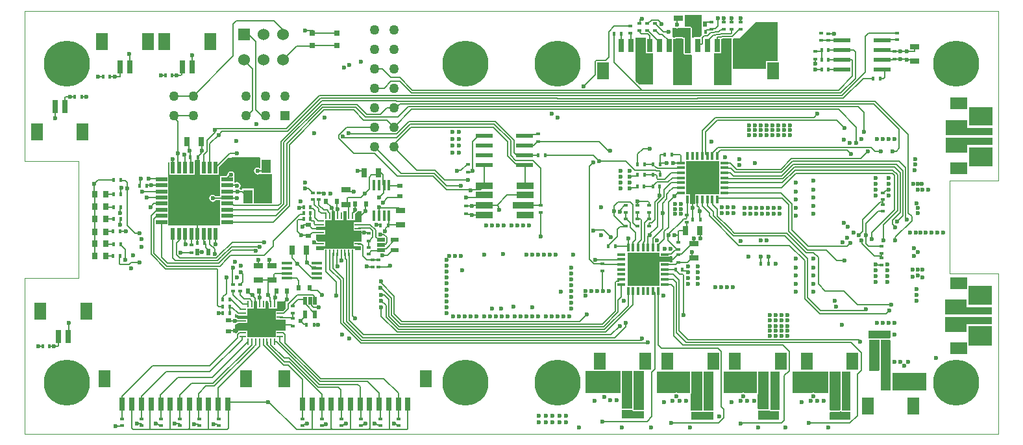
<source format=gbl>
G04*
G04 #@! TF.GenerationSoftware,Altium Limited,Altium Designer,19.1.5 (86)*
G04*
G04 Layer_Physical_Order=6*
G04 Layer_Color=16711680*
%FSLAX44Y44*%
%MOMM*%
G71*
G01*
G75*
%ADD10C,0.2000*%
%ADD17C,0.1000*%
%ADD19R,0.4000X0.6000*%
%ADD20R,1.3000X0.8000*%
%ADD23R,0.6000X0.4000*%
%ADD24R,0.6000X0.4500*%
%ADD25R,0.4500X0.6000*%
%ADD30R,0.8000X0.6000*%
%ADD33R,0.7000X0.9000*%
%ADD37R,0.5000X0.9000*%
%ADD63C,1.2700*%
%ADD64R,1.2700X1.2700*%
%ADD65C,6.0000*%
%ADD66C,1.5240*%
%ADD67R,1.5240X1.5240*%
%ADD68C,0.6000*%
%ADD69R,1.6000X2.2000*%
%ADD70R,0.7000X1.8000*%
%ADD71R,0.8000X1.3000*%
%ADD72R,1.3500X0.4500*%
%ADD73R,0.9000X0.7000*%
%ADD74R,2.2000X1.6000*%
%ADD75R,1.8000X0.7000*%
%ADD76R,1.5000X0.5500*%
%ADD77R,0.5500X1.5000*%
%ADD78R,0.6000X0.8000*%
%ADD79R,0.7000X0.7500*%
%ADD80R,3.7000X3.7000*%
%ADD81R,1.0400X0.3300*%
%ADD82R,0.3300X1.0400*%
%ADD83R,2.2000X0.6000*%
%ADD84R,2.2500X0.9000*%
%ADD85R,2.8000X0.9000*%
%ADD86R,3.6000X3.6000*%
%ADD87R,0.8400X0.2600*%
%ADD88R,0.2600X0.8400*%
%ADD89R,1.0000X0.4700*%
%ADD90R,0.4500X1.3500*%
%ADD91R,1.2000X1.8000*%
%ADD92R,0.4700X1.0000*%
%ADD93R,3.7000X3.7000*%
G36*
X1425890Y767050D02*
X1426139D01*
X1426359Y766933D01*
X1426436Y766925D01*
X1427096Y766572D01*
X1427160Y766508D01*
X1427186Y766422D01*
Y758294D01*
X1427186Y757476D01*
X1427186D01*
X1427462Y757167D01*
X1427480Y757148D01*
Y754744D01*
Y734060D01*
X1420188D01*
X1419956Y734156D01*
X1419860Y734388D01*
Y752730D01*
X1419860Y752730D01*
X1419860Y752730D01*
Y754380D01*
X1417122D01*
X1416794Y754516D01*
Y754744D01*
X1406746D01*
Y754516D01*
X1406418Y754380D01*
X1404294D01*
Y754744D01*
X1403350D01*
Y767080D01*
X1407259D01*
X1407935Y766628D01*
X1409700Y766277D01*
X1411465Y766628D01*
X1412141Y767080D01*
X1425818D01*
X1425890Y767050D01*
D02*
G37*
G36*
X1441450Y777684D02*
X1441386D01*
Y766636D01*
X1441450D01*
Y756749D01*
X1440900Y756200D01*
X1440342Y755365D01*
X1440219Y754744D01*
X1431746D01*
Y754380D01*
X1429294D01*
Y754744D01*
X1429130D01*
Y757476D01*
X1428836Y758186D01*
Y766524D01*
X1428740Y766754D01*
X1428765Y767002D01*
X1428508Y767316D01*
X1428352Y767690D01*
X1428122Y767786D01*
X1427964Y767979D01*
X1426924Y768535D01*
X1426521Y768575D01*
X1426146Y768730D01*
X1419860D01*
Y783572D01*
X1441450D01*
Y777684D01*
D02*
G37*
G36*
X1540510Y723744D02*
X1525746D01*
Y713740D01*
X1482470D01*
Y752151D01*
X1483368Y753049D01*
X1490919Y753049D01*
X1512570Y774700D01*
X1540510D01*
Y723744D01*
D02*
G37*
G36*
X1369246Y733696D02*
X1377950D01*
Y693420D01*
X1359807D01*
X1355090Y698137D01*
Y754380D01*
X1369246D01*
Y733696D01*
D02*
G37*
G36*
X1480820Y752151D02*
Y713740D01*
Y692150D01*
X1457960D01*
Y733696D01*
X1466794D01*
Y751935D01*
X1466977D01*
X1467962Y752130D01*
X1468797Y752688D01*
X1469158Y753049D01*
X1480820D01*
Y752151D01*
D02*
G37*
G36*
X1416794Y752730D02*
X1418210D01*
Y734060D01*
X1418694Y732894D01*
X1419860Y732410D01*
X1427480D01*
X1428750Y731562D01*
Y692150D01*
X1404620D01*
Y752730D01*
X1406746D01*
X1407625Y753094D01*
X1415915D01*
X1416794Y752730D01*
D02*
G37*
G36*
X1821180Y639445D02*
X1790700Y639445D01*
Y663575D01*
X1821180Y663575D01*
Y639445D01*
D02*
G37*
G36*
X1788160Y646430D02*
X1788160Y636270D01*
X1821180Y636270D01*
Y627380D01*
X1760220D01*
X1760220Y646430D01*
X1788160Y646430D01*
D02*
G37*
G36*
X1821180Y614680D02*
X1788160Y614680D01*
X1788160Y604520D01*
X1760220Y604520D01*
X1760220Y623570D01*
X1821180D01*
Y614680D01*
D02*
G37*
G36*
X1464346Y588944D02*
X1464346Y587674D01*
X1464346Y587674D01*
Y581326D01*
X1464346D01*
Y581174D01*
X1464346D01*
Y574826D01*
X1464346D01*
Y574674D01*
X1464346D01*
Y569444D01*
X1464346Y568326D01*
X1464346D01*
Y568174D01*
X1464346D01*
Y561826D01*
X1464346D01*
Y561674D01*
X1464346D01*
Y555326D01*
X1464346D01*
Y555174D01*
X1464346D01*
Y549874D01*
X1459046D01*
X1459046Y549874D01*
X1458894D01*
Y549874D01*
X1457776Y549874D01*
X1452546D01*
Y549874D01*
X1452394D01*
Y549874D01*
X1446046D01*
Y549874D01*
X1445894D01*
Y549874D01*
X1439546D01*
Y549874D01*
X1439394D01*
Y549874D01*
X1433046D01*
Y537210D01*
X1426394D01*
Y549874D01*
X1421130D01*
Y593126D01*
X1426394Y593126D01*
X1427664Y593126D01*
X1432894Y593126D01*
X1434164Y593126D01*
X1439394Y593126D01*
X1440664Y593126D01*
X1445894D01*
X1445894Y593126D01*
X1446046D01*
Y593126D01*
X1447164Y593126D01*
X1452394D01*
Y593126D01*
X1452546D01*
Y593126D01*
X1457776D01*
X1458894Y593126D01*
Y593126D01*
X1459046D01*
Y593126D01*
X1464346D01*
Y588944D01*
D02*
G37*
G36*
X1821036Y586819D02*
X1790556Y586819D01*
Y610949D01*
X1821036Y610949D01*
Y586819D01*
D02*
G37*
G36*
X833586Y598170D02*
X865227D01*
X866106Y597264D01*
X866106Y596900D01*
Y584835D01*
X864836Y584156D01*
X864095Y584651D01*
X862330Y585003D01*
X860565Y584651D01*
X859068Y583652D01*
X858068Y582155D01*
X857717Y580390D01*
X858068Y578625D01*
X859068Y577128D01*
X860565Y576129D01*
X862330Y575777D01*
X864095Y576129D01*
X864836Y576623D01*
X866106Y576216D01*
Y576216D01*
X866106Y576216D01*
X881154Y576216D01*
X881380Y575040D01*
Y537789D01*
X857154D01*
Y557264D01*
X842106D01*
Y556293D01*
X840179D01*
X839719Y556982D01*
X838922Y557514D01*
Y558078D01*
X839921Y559575D01*
X840273Y561340D01*
X839921Y563105D01*
X838922Y564602D01*
X837425Y565602D01*
X835660Y565953D01*
X833895Y565602D01*
X833254Y565173D01*
X832816Y565267D01*
X831984Y565852D01*
Y573511D01*
X832007Y573545D01*
X832358Y575310D01*
X832007Y577075D01*
X831007Y578572D01*
X829510Y579571D01*
X827745Y579923D01*
X825980Y579571D01*
X824483Y578572D01*
X823484Y577075D01*
X823132Y575310D01*
X823137Y575286D01*
X821845Y573994D01*
X813936D01*
Y565446D01*
Y557446D01*
Y547848D01*
X807334D01*
X807172Y548092D01*
X805675Y549091D01*
X803910Y549443D01*
X802145Y549091D01*
X800648Y548092D01*
X799649Y546595D01*
X799297Y544830D01*
X799649Y543065D01*
X800648Y541568D01*
X802145Y540569D01*
X803910Y540217D01*
X805675Y540569D01*
X807172Y541568D01*
X807929Y542701D01*
X813936D01*
Y533446D01*
Y525446D01*
Y517446D01*
Y509446D01*
X812739Y509270D01*
X747181D01*
X745984Y509446D01*
Y517446D01*
Y525446D01*
Y533446D01*
Y541446D01*
Y549446D01*
Y557446D01*
Y565446D01*
Y573994D01*
X745490D01*
Y591820D01*
X746756Y591913D01*
X747686Y591049D01*
Y575696D01*
X780234D01*
Y593744D01*
X781213Y594446D01*
X787417Y594902D01*
X787686Y593649D01*
Y575696D01*
X812234D01*
Y585354D01*
X824509Y597630D01*
X831861Y598170D01*
Y598170D01*
X831861D01*
X833460Y598288D01*
X833586Y598170D01*
D02*
G37*
G36*
X998220Y513164D02*
X987636D01*
Y502516D01*
X998220D01*
Y488164D01*
X987636D01*
Y482516D01*
X997303D01*
X997601Y482218D01*
Y477520D01*
X989334D01*
Y479214D01*
X948686D01*
Y477520D01*
X938530D01*
Y481414D01*
X938936Y482516D01*
X950384D01*
Y488164D01*
X944609D01*
X944360Y488214D01*
X940362D01*
X940198Y489039D01*
X939198Y490536D01*
X938530Y490982D01*
Y496414D01*
X938936Y497516D01*
X950384D01*
Y503164D01*
X938936D01*
X938530Y504266D01*
Y506414D01*
X938936Y507516D01*
X950384D01*
Y516466D01*
X959334D01*
Y527914D01*
X960436Y528320D01*
X962726D01*
X963208Y527598D01*
X963686Y527279D01*
Y516466D01*
X974334D01*
Y527914D01*
X975436Y528320D01*
X977584D01*
X978686Y527914D01*
Y516466D01*
X989334D01*
Y524275D01*
X990384Y525325D01*
X990610Y525662D01*
X991095Y525759D01*
X992592Y526758D01*
X993592Y528255D01*
X993605Y528320D01*
X998220D01*
Y513164D01*
D02*
G37*
G36*
X1386876Y468446D02*
X1400324D01*
Y469394D01*
X1401800D01*
X1402610Y469556D01*
X1403068Y469385D01*
X1403880Y468795D01*
Y461194D01*
X1400324D01*
Y461794D01*
X1386876D01*
Y455446D01*
X1386876D01*
Y455294D01*
X1386876D01*
Y448946D01*
X1386876D01*
Y448794D01*
X1386876D01*
Y442446D01*
X1386876D01*
Y442294D01*
X1386876D01*
Y435946D01*
X1386876D01*
Y435794D01*
X1386876D01*
Y430494D01*
X1381576D01*
Y430494D01*
X1381424D01*
Y430494D01*
X1375076D01*
Y430494D01*
X1374924D01*
Y430494D01*
X1368576D01*
Y430494D01*
X1368424D01*
Y430494D01*
X1362076D01*
Y430494D01*
X1361924D01*
Y430494D01*
X1355576D01*
Y430494D01*
X1355424D01*
Y430494D01*
X1349076D01*
Y430494D01*
X1348924D01*
Y430494D01*
X1344930D01*
Y471170D01*
Y473746D01*
X1348924D01*
Y473746D01*
X1349076D01*
Y473746D01*
X1355424D01*
Y473746D01*
X1355576D01*
Y473746D01*
X1361924D01*
Y473746D01*
X1362076D01*
Y473746D01*
X1368424D01*
Y473746D01*
X1368576D01*
Y473746D01*
X1374924D01*
Y473746D01*
X1375076D01*
Y473746D01*
X1381424D01*
Y473746D01*
X1381576D01*
Y473746D01*
X1386876D01*
Y468446D01*
D02*
G37*
G36*
X1819910Y406400D02*
X1789430Y406400D01*
Y430530D01*
X1819910Y430530D01*
Y406400D01*
D02*
G37*
G36*
X899160Y401198D02*
X895556Y397594D01*
X886036D01*
Y386946D01*
X891811D01*
X892060Y386897D01*
X899160D01*
Y372769D01*
X897890Y372117D01*
X897484Y372409D01*
Y372594D01*
X886036D01*
Y363644D01*
X848784D01*
Y372594D01*
X837336D01*
Y371700D01*
X837171Y371590D01*
X834516Y368935D01*
X834390Y368746D01*
X833120Y369131D01*
Y380197D01*
X834885Y380549D01*
X836263Y381469D01*
X837336Y381946D01*
X848784D01*
Y387594D01*
X837336D01*
X836289Y388133D01*
X834885Y389072D01*
X833120Y389423D01*
Y393481D01*
X834293Y393967D01*
X835010Y393250D01*
X835845Y392692D01*
X836830Y392496D01*
X837336D01*
Y391946D01*
X848784D01*
Y400896D01*
X857734D01*
Y410210D01*
X862086D01*
Y400896D01*
X872734D01*
Y410210D01*
X876257D01*
X876356Y409711D01*
X876914Y408876D01*
X877086Y408705D01*
Y400896D01*
X887734D01*
Y410210D01*
X899160D01*
Y401198D01*
D02*
G37*
G36*
X1786890Y412750D02*
X1786890Y402590D01*
X1819910Y402590D01*
Y393700D01*
X1758950D01*
X1758950Y412750D01*
X1786890Y412750D01*
D02*
G37*
G36*
X1819910Y381000D02*
X1786890Y381000D01*
X1786890Y370840D01*
X1758950Y370840D01*
X1758950Y389890D01*
X1819910D01*
Y381000D01*
D02*
G37*
G36*
X1687830Y372110D02*
X1687830Y363132D01*
X1687663Y362880D01*
X1686560Y362266D01*
X1675510D01*
X1674762Y361956D01*
X1673860Y362330D01*
X1659890Y362330D01*
X1659510Y362583D01*
Y372110D01*
X1687830Y372110D01*
D02*
G37*
G36*
X1819910Y353060D02*
X1789430D01*
Y377825D01*
X1819910D01*
Y353060D01*
D02*
G37*
G36*
X1673860Y360680D02*
Y321254D01*
X1672726Y320040D01*
X1659890Y320040D01*
X1659890Y360680D01*
X1673860Y360680D01*
D02*
G37*
G36*
X1734820Y294640D02*
X1690370Y294640D01*
Y317500D01*
X1734820Y317500D01*
Y294640D01*
D02*
G37*
G36*
X1687830Y359481D02*
X1687830Y294640D01*
X1675130D01*
X1675130Y319124D01*
X1675510Y320040D01*
X1675510Y360616D01*
X1686560D01*
X1687830Y359481D01*
D02*
G37*
G36*
X1336040Y290830D02*
X1290075D01*
Y320040D01*
X1336040D01*
Y290830D01*
D02*
G37*
G36*
X1600032Y318770D02*
X1600200Y318736D01*
X1606550D01*
Y290830D01*
X1589941D01*
X1589265Y291282D01*
X1587500Y291633D01*
X1585735Y291282D01*
X1585059Y290830D01*
X1560005Y290830D01*
Y318770D01*
X1600032Y318770D01*
D02*
G37*
G36*
X1513840Y318770D02*
X1513840D01*
X1513840Y318770D01*
Y291158D01*
X1513704Y290830D01*
X1498501D01*
X1497825Y291282D01*
X1496060Y291633D01*
X1494295Y291282D01*
X1493619Y290830D01*
X1470660D01*
Y318770D01*
X1513840D01*
X1513840Y318770D01*
D02*
G37*
G36*
X1426210Y290830D02*
X1410871D01*
X1410195Y291282D01*
X1408430Y291633D01*
X1406665Y291282D01*
X1405989Y290830D01*
X1383030D01*
Y318770D01*
X1426210D01*
Y290830D01*
D02*
G37*
G36*
X1350900Y320040D02*
X1350900Y272160D01*
X1350900Y270890D01*
X1337310D01*
Y289196D01*
X1337454D01*
Y290261D01*
X1337690Y290830D01*
Y320040D01*
X1350900Y320040D01*
D02*
G37*
G36*
X1529168Y318770D02*
X1529168Y269620D01*
X1516088D01*
X1514818Y270584D01*
X1514818Y289586D01*
X1515006Y289664D01*
X1515490Y290830D01*
Y318770D01*
X1529168Y318770D01*
D02*
G37*
G36*
X1543050Y269240D02*
X1531620Y269240D01*
X1531620Y318770D01*
X1543050Y318770D01*
X1543050Y269240D01*
D02*
G37*
G36*
X1366520Y269240D02*
X1352550D01*
X1352550Y320040D01*
X1366520D01*
X1366520Y269240D01*
D02*
G37*
G36*
X1622680Y318736D02*
Y269240D01*
X1622231Y268790D01*
X1621274Y268034D01*
X1609980D01*
X1608710Y269090D01*
X1608710Y271400D01*
Y318736D01*
X1622680Y318736D01*
D02*
G37*
G36*
X1442340Y318770D02*
X1442340Y268003D01*
X1439854D01*
Y268034D01*
X1429569D01*
X1429517Y268069D01*
X1429341Y268034D01*
X1427806D01*
X1427480Y269169D01*
Y289914D01*
X1427860Y290830D01*
Y318770D01*
X1442340Y318770D01*
D02*
G37*
G36*
X1635760Y267970D02*
X1625179D01*
X1624790Y268303D01*
X1624330Y269240D01*
Y318736D01*
X1624352Y318770D01*
X1635760D01*
X1635760Y267970D01*
D02*
G37*
G36*
X1456690D02*
X1443990D01*
X1443990Y318770D01*
X1445260Y318770D01*
X1456690D01*
X1456690Y267970D01*
D02*
G37*
G36*
X1443990Y266320D02*
X1456690D01*
X1456690Y265050D01*
X1456690Y257438D01*
X1455792Y256540D01*
X1427925Y256540D01*
X1427925Y266384D01*
X1429341D01*
X1429455Y266432D01*
X1429569Y266384D01*
X1439780D01*
X1439854Y266354D01*
X1442340D01*
X1443125Y266679D01*
X1443990Y266320D01*
D02*
G37*
G36*
X1350900Y269240D02*
Y269240D01*
X1351384Y268074D01*
X1352550Y267590D01*
X1366520D01*
X1366520Y267590D01*
X1366520Y258675D01*
X1365622Y257777D01*
X1337310Y257777D01*
X1337310Y269240D01*
X1350900D01*
D02*
G37*
G36*
X1624105Y266718D02*
X1624649Y266540D01*
X1625179Y266320D01*
X1635760D01*
X1635760Y265050D01*
X1635760Y256540D01*
X1608710D01*
Y265503D01*
X1608917Y265804D01*
X1609980Y266384D01*
X1621274D01*
X1621775Y266592D01*
X1622297Y266740D01*
X1622426Y266842D01*
X1623716Y267051D01*
X1624105Y266718D01*
D02*
G37*
G36*
X1531620Y267590D02*
X1542605Y267590D01*
X1542605Y256540D01*
X1515555D01*
Y257430D01*
Y267970D01*
X1530704D01*
X1531620Y267590D01*
D02*
G37*
D10*
X1467214Y317038D02*
Y344785D01*
X1466850Y316674D02*
X1467214Y317038D01*
X1466850Y273050D02*
Y316674D01*
Y273050D02*
X1470563Y269337D01*
X1462749Y349250D02*
X1467214Y344785D01*
X1389380Y349250D02*
X1462749D01*
X1384750Y353880D02*
X1389380Y349250D01*
X1376680Y260350D02*
Y318401D01*
X1370330Y254000D02*
X1376680Y260350D01*
X1312490Y254000D02*
X1370330D01*
X1376680Y318401D02*
X1380490Y322211D01*
X1470563Y258790D02*
Y269337D01*
X1402103Y252063D02*
X1463835D01*
X1470563Y258790D01*
X1417192Y353188D02*
X1548002D01*
X1405192Y365188D02*
X1417192Y353188D01*
X1548002D02*
X1555750Y345440D01*
X1421288Y356712D02*
X1636707D01*
X1408716Y369284D02*
X1421288Y356712D01*
X1636707D02*
X1649730Y343689D01*
X1424114Y360236D02*
X1646364D01*
X1412240Y372110D02*
X1424114Y360236D01*
X1646364D02*
X1648460Y358140D01*
X1549400Y313690D02*
X1555750Y320040D01*
X1549400Y255270D02*
Y313690D01*
X1546034Y251904D02*
X1549400Y255270D01*
X1555750Y320040D02*
Y345440D01*
X1492694Y251904D02*
X1546034D01*
X1644650Y315749D02*
X1649730Y320829D01*
X1644650Y261620D02*
Y315749D01*
X1635093Y252063D02*
X1644650Y261620D01*
X1649730Y320829D02*
Y343689D01*
X1581753Y252063D02*
X1635093D01*
X1430020Y532130D02*
X1430060Y532090D01*
Y516930D02*
Y532090D01*
Y516930D02*
X1430100Y516890D01*
X993360Y510340D02*
X1009523D01*
X1016826Y494514D02*
Y503037D01*
X993577Y505556D02*
X1009323D01*
X1012634Y502245D01*
X1017270Y510540D02*
X1021180D01*
X1022430Y509290D01*
Y509270D02*
Y509290D01*
X1009523Y510340D02*
X1016826Y503037D01*
X1012634Y493724D02*
Y502245D01*
X1007860Y488950D02*
X1012634Y493724D01*
X1007110Y488950D02*
X1007860D01*
X1300480Y503018D02*
X1314332D01*
X966026Y457456D02*
X967552Y455930D01*
X1397828Y490242D02*
Y497495D01*
X1345750Y481220D02*
Y492760D01*
X1329110Y482870D02*
X1330110Y481870D01*
X914496Y419004D02*
X934305D01*
X940260Y424990D02*
X946150Y419100D01*
X932290Y424990D02*
X940260D01*
X930290Y426990D02*
X932290Y424990D01*
X930290Y426990D02*
Y427990D01*
X934305Y419004D02*
X936060Y417249D01*
Y412830D02*
Y417249D01*
X932350Y441790D02*
X938680D01*
X939930Y440540D01*
X916290Y427990D02*
Y437530D01*
X913280Y440540D02*
X916290Y437530D01*
X900430Y440540D02*
X913280D01*
X896372Y394770D02*
X902526Y400924D01*
X891760Y394770D02*
X896372D01*
X1700530Y736520D02*
X1700610Y736600D01*
X1700490Y736560D02*
X1700530Y736520D01*
X1312180Y425180D02*
Y450160D01*
X1001295Y500033D02*
X1007110D01*
X934720Y763270D02*
X935930Y762060D01*
X924560Y763270D02*
X934720D01*
X648970Y551180D02*
X650240Y549910D01*
Y517696D02*
Y549910D01*
X649790Y517245D02*
X650240Y517696D01*
X649790Y485951D02*
X650240Y485501D01*
X649790Y485051D02*
X650240Y485501D01*
X1643380Y617220D02*
Y637540D01*
X1620272Y660648D02*
X1643380Y637540D01*
X1248347Y660648D02*
X1620272D01*
X1461770Y646430D02*
X1617980D01*
X1628140Y636270D01*
X1595564Y394526D02*
X1682306D01*
X1596834Y398336D02*
X1654366D01*
X1576070Y414020D02*
X1595564Y394526D01*
X1579880Y415290D02*
X1596834Y398336D01*
X1654366D02*
X1656080Y400050D01*
X1593850Y433070D02*
Y467552D01*
Y433070D02*
X1602740Y424180D01*
X1627599D02*
X1645379Y406400D01*
X1602740Y424180D02*
X1627599D01*
X1028700Y501650D02*
X1029465Y502415D01*
Y505555D01*
X1032430Y508520D01*
Y509270D01*
X1645379Y406400D02*
X1689100D01*
X1001141Y500186D02*
X1001295Y500033D01*
X993514Y500186D02*
X1001141D01*
X993360Y500340D02*
X993514Y500186D01*
X1016826Y494514D02*
X1020970Y490370D01*
X1022350Y497840D02*
X1027069D01*
X1007110Y472514D02*
X1010822Y476226D01*
X1007110Y471750D02*
Y472514D01*
Y480750D02*
Y488950D01*
X993360Y505340D02*
X993577Y505556D01*
X1027069Y497840D02*
X1031144Y493765D01*
X1029389Y485220D02*
X1031144Y486974D01*
Y493765D01*
X1021080Y533400D02*
X1022162D01*
X1023632Y531930D01*
X1046020D01*
X1049020Y528930D01*
X1033090Y509930D02*
X1033255Y510095D01*
X1032430Y509270D02*
X1033090Y509930D01*
X1049020D01*
X1440180Y492760D02*
Y502260D01*
X1439520Y502920D02*
X1440180Y502260D01*
X1431290Y485750D02*
Y492760D01*
X1421860Y450120D02*
X1423670Y448310D01*
X1417740Y450120D02*
X1421860D01*
X1416740Y451120D02*
X1417740Y450120D01*
X1416740Y451120D02*
Y452120D01*
X1709082Y725508D02*
X1719580D01*
X1692315Y725845D02*
X1700530D01*
X1320110Y483870D02*
X1320492D01*
X1428750Y466790D02*
X1428790Y466750D01*
X1428750Y466790D02*
Y474980D01*
X1387530Y589550D02*
Y601980D01*
X1388530Y590550D02*
X1395730D01*
X1387530Y589550D02*
X1388530Y590550D01*
X1387530Y589280D02*
Y589550D01*
X1384068Y583756D02*
X1413626D01*
X1414370Y584500D01*
X1248160Y660835D02*
X1248347Y660648D01*
X1436220Y534950D02*
X1438145Y533025D01*
Y529085D02*
Y533025D01*
Y529085D02*
X1438910Y528320D01*
X1436220Y534950D02*
Y543150D01*
X1438910Y528320D02*
X1439505Y527725D01*
Y517485D02*
Y527725D01*
Y517485D02*
X1440100Y516890D01*
X1311823Y253333D02*
X1312490Y254000D01*
X1301738Y280670D02*
X1302076D01*
X1328112Y362810D02*
X1342390Y377088D01*
Y382270D01*
X999900Y362810D02*
X1328112D01*
X1314332Y503018D02*
X1323080Y494270D01*
X1300480Y502920D02*
Y503018D01*
X1294956Y586296D02*
X1300480Y591820D01*
X1294956Y465072D02*
Y586296D01*
Y465072D02*
X1300868Y459160D01*
X1311370D01*
X1311910Y458620D01*
X1336900D01*
X1033780Y391064D02*
X1047526Y377318D01*
X1313501D02*
X1332660Y396477D01*
X1037304Y392523D02*
X1048985Y380842D01*
X1312041D02*
X1329136Y397937D01*
X981868Y385826D02*
X1000948Y366746D01*
X1316420Y370270D02*
X1352250Y406100D01*
X1023716Y391064D02*
X1044510Y370270D01*
X1282256Y384366D02*
X1291590Y393700D01*
X1040828Y394272D02*
X1050734Y384366D01*
X1029872Y389988D02*
X1046066Y373794D01*
X1314960D02*
X1345750Y404584D01*
X1050734Y384366D02*
X1282256D01*
X1048985Y380842D02*
X1312041D01*
X1047526Y377318D02*
X1313501D01*
X1046066Y373794D02*
X1314960D01*
X1044510Y370270D02*
X1316420D01*
X1000948Y366746D02*
X1323056D01*
X1334770Y378460D01*
X1371750Y495450D02*
X1384300Y508000D01*
X1109156Y555814D02*
X1152684D01*
X1390650Y525780D02*
Y538480D01*
Y505268D02*
Y525780D01*
X1122680Y580390D02*
X1123445Y581155D01*
X1127855D01*
X1135900Y589200D01*
X1136650D01*
X1392746Y491740D02*
Y501494D01*
X1385676Y484670D02*
X1392746Y491740D01*
X1385400Y484670D02*
X1385676D01*
X1384750Y484020D02*
X1385400Y484670D01*
X1384750Y480470D02*
Y484020D01*
X1377864Y480856D02*
Y492482D01*
Y480856D02*
X1378250Y480470D01*
X1377864Y492482D02*
X1390650Y505268D01*
X1398270Y539750D02*
X1405890Y547370D01*
X1398270Y507018D02*
Y539750D01*
X1392746Y501494D02*
X1398270Y507018D01*
X1384300Y538288D02*
X1392474Y546462D01*
X1384300Y508000D02*
Y538288D01*
X1406932Y477100D02*
X1409970D01*
X1401800Y471968D02*
X1406932Y477100D01*
X1367346Y488950D02*
Y513056D01*
X1363154Y490664D02*
Y516446D01*
X1358750Y486260D02*
X1363154Y490664D01*
X1365250Y486854D02*
X1367346Y488950D01*
X1365250Y480470D02*
Y486854D01*
X1371750Y480470D02*
Y495450D01*
X1108710Y561340D02*
X1127760D01*
X1143000Y580390D02*
Y618800D01*
X1150310Y626110D01*
X1136650Y579200D02*
X1141810D01*
X1143000Y580390D01*
X1398786Y552966D02*
X1404320Y558500D01*
X1303020Y464820D02*
X1334640D01*
X1334940Y465120D01*
X980342Y546100D02*
X996950D01*
X1002030Y551180D01*
X882650Y488952D02*
X917478Y523780D01*
X882650Y482600D02*
Y488952D01*
X870776Y470726D02*
X882650Y482600D01*
X1040130Y615023D02*
X1062647Y637540D01*
X1069975Y581025D02*
X1094009D01*
X1106074Y568960D01*
X1049941Y576929D02*
X1093025D01*
X1098454Y571500D01*
X1098550D01*
X1108710Y561340D01*
X1091565Y573405D02*
X1109156Y555814D01*
X1044575Y573405D02*
X1091565D01*
X1014714Y603266D02*
X1044575Y573405D01*
X840740Y448310D02*
X843280Y445770D01*
Y436030D02*
Y445770D01*
X839740Y432490D02*
X843280Y436030D01*
X829310Y453390D02*
X830580Y454660D01*
X829310Y432760D02*
Y453390D01*
X877570Y460150D02*
Y464820D01*
Y460150D02*
X880570Y457150D01*
X881380D01*
X1333500Y436794D02*
Y439120D01*
X669980Y703310D02*
X670250Y703580D01*
X971550Y463550D02*
Y473450D01*
X971510Y473490D02*
X971550Y473450D01*
X966026Y457456D02*
Y473006D01*
X966510Y473490D01*
X903809Y331184D02*
X946080Y288913D01*
X897577Y331184D02*
X903809D01*
X875196Y353565D02*
X897577Y331184D01*
X903427Y336550D02*
X941241Y298736D01*
X897210Y336550D02*
X903427D01*
X879910Y353851D02*
X897210Y336550D01*
X902349Y327660D02*
X921080Y308930D01*
X896100Y327660D02*
X902349D01*
X869910Y353851D02*
X896100Y327660D01*
X879910Y353851D02*
Y357920D01*
X887040D02*
X942701Y302260D01*
X884910Y357920D02*
X887040D01*
X891760Y358184D02*
X943874Y306070D01*
X891760Y358184D02*
Y364770D01*
X898484Y356444D02*
X945048Y309880D01*
X898484Y356444D02*
Y367116D01*
X877121Y279400D02*
X913032Y243490D01*
X876076Y279400D02*
X877121D01*
X826150D02*
X876076D01*
X823610Y276860D02*
X826150Y279400D01*
X913032Y243490D02*
X933548D01*
X878734Y410696D02*
Y415638D01*
X875880Y418492D02*
Y435150D01*
Y418492D02*
X878734Y415638D01*
X883920Y440690D02*
Y445770D01*
X881380Y438150D02*
X883920Y440690D01*
Y445770D02*
X885190Y447040D01*
X900430D01*
X926440Y461670D02*
X927100Y461010D01*
X926440Y461670D02*
Y477520D01*
X927100Y460301D02*
Y461010D01*
Y460301D02*
X932610Y454790D01*
X938680D01*
X939930Y453540D01*
X907440Y466700D02*
Y477520D01*
Y466700D02*
X914400Y459740D01*
X932350Y441790D01*
X951510Y449300D02*
Y473490D01*
Y449300D02*
X965200Y435610D01*
X956824Y451892D02*
X970724Y437992D01*
X956824Y451892D02*
Y473176D01*
X956510Y473490D02*
X956824Y473176D01*
X935340Y396130D02*
X937410D01*
X914885Y413235D02*
X924410D01*
X925760Y405710D02*
X935340Y396130D01*
X924410Y411480D02*
X925760Y410130D01*
Y405710D02*
Y410130D01*
X937410Y393480D02*
Y396130D01*
X932536Y405434D02*
X935380Y402590D01*
X942340D01*
X930910Y411480D02*
X932536Y409854D01*
Y405434D02*
Y409854D01*
X924410Y411480D02*
Y413235D01*
X908050Y406400D02*
X914885Y413235D01*
X908050Y403970D02*
Y406400D01*
X902526Y407034D02*
X914496Y419004D01*
X894960Y407280D02*
X900430Y412750D01*
X894960Y400070D02*
Y407280D01*
X894660Y399770D02*
X894960Y400070D01*
X891760Y399770D02*
X894660D01*
X900430Y412750D02*
Y423530D01*
X901080Y424180D01*
X936060Y412830D02*
X937410Y411480D01*
X811974Y470247D02*
X829407Y487680D01*
X871220D01*
X902526Y400924D02*
Y407034D01*
X918210Y384810D02*
X918390D01*
X924410Y390830D01*
Y393480D01*
X922453Y380567D02*
X925073D01*
X925910Y379730D01*
X918210Y384810D02*
X922453Y380567D01*
X935910Y379730D02*
X941070D01*
X891760Y379770D02*
X892060Y379470D01*
X907040D01*
X908050Y378460D01*
X891760Y389770D02*
X892060Y389470D01*
X907040D01*
X908050Y388460D01*
Y394970D01*
X986510Y391440D02*
Y473490D01*
Y391440D02*
X989330Y388620D01*
X958850Y532130D02*
Y533020D01*
Y531048D02*
Y532130D01*
X863600Y457150D02*
Y464820D01*
X878880Y438150D02*
X881380D01*
X863600D02*
X878880D01*
X875880Y435150D02*
X878880Y438150D01*
X878734Y410696D02*
X879910Y409520D01*
Y406620D02*
Y409520D01*
X827404Y470726D02*
X870776D01*
X822546Y465868D02*
X827404Y470726D01*
X965200Y417830D02*
Y435610D01*
X970724Y382019D02*
Y437992D01*
Y382019D02*
X996981Y355762D01*
X960946Y453642D02*
X974248Y440340D01*
Y383478D02*
Y440340D01*
Y383478D02*
X998440Y359286D01*
X1369194Y355762D02*
X1372398Y358966D01*
X996981Y355762D02*
X1369194D01*
X998440Y359286D02*
X1362710D01*
X960946Y453642D02*
Y472926D01*
X827115Y413675D02*
X839860Y400930D01*
X821690Y420370D02*
Y441960D01*
X817190Y415870D02*
X821690Y420370D01*
X817190Y412750D02*
Y415870D01*
X839470Y432490D02*
X839740D01*
X829310Y432760D02*
X829580Y432490D01*
X815498Y468787D02*
X828485Y481774D01*
X857250Y477234D02*
X858234Y476250D01*
X859790D01*
X828928Y477234D02*
X857250D01*
X819022Y467328D02*
X828928Y477234D01*
X828485Y481774D02*
X865247D01*
X929060Y557530D02*
X934720Y551870D01*
X924560Y557530D02*
X929060D01*
X916940Y532130D02*
Y532228D01*
X918112Y533400D01*
X922600D01*
X948345Y551525D02*
X948690Y551180D01*
X942685Y551525D02*
X948345D01*
X942340Y551870D02*
X942685Y551525D01*
X1002030Y551180D02*
X1007944Y557094D01*
X958850Y531048D02*
X961210Y528688D01*
Y522490D02*
Y528688D01*
X949262Y659702D02*
X987680D01*
X904240Y614680D02*
X949262Y659702D01*
X904240Y534766D02*
Y614680D01*
X947706Y663226D02*
X990377D01*
X900716Y616236D02*
X947706Y663226D01*
X900716Y536226D02*
Y616236D01*
X946054Y666750D02*
X991837D01*
X896906Y617602D02*
X946054Y666750D01*
X896906Y537592D02*
Y617602D01*
X946134Y671814D02*
X1043806D01*
X892810Y618490D02*
X946134Y671814D01*
X892810Y538480D02*
Y618490D01*
X901397Y632254D02*
X944482Y675338D01*
X816404Y632254D02*
X901397D01*
X899938Y635778D02*
X943022Y678862D01*
X808498Y635778D02*
X899938D01*
X987680Y659702D02*
X1000952Y646430D01*
X990377Y663226D02*
X1003061Y650542D01*
X1040130Y662940D02*
X1043025D01*
X1031240D02*
X1040130D01*
X991837Y666750D02*
X1004521Y654066D01*
X1046725Y678862D02*
X1047132Y678455D01*
X943022Y678862D02*
X1046725D01*
X979170Y537260D02*
Y544928D01*
X980342Y546100D01*
X978510Y536600D02*
X979170Y537260D01*
X1007944Y557094D02*
Y572334D01*
X1010920Y575310D01*
X1017880D01*
X1020420Y577850D01*
X979780Y553720D02*
X988060D01*
X977900Y555600D02*
X979780Y553720D01*
X1003300Y527670D02*
Y536560D01*
X1003950Y537210D01*
X1021080Y546100D02*
X1026700Y551720D01*
Y560590D01*
X1027580Y561470D01*
X967552Y455930D02*
X967740Y455742D01*
X1025813Y539307D02*
X1031876Y545370D01*
X1045750D01*
X1047750Y547370D01*
X1021080Y521970D02*
Y533400D01*
X987852Y603266D02*
X1014714D01*
X968264Y622854D02*
X987852Y603266D01*
X968264Y622854D02*
Y627430D01*
X978374Y637540D02*
X1014730D01*
X968264Y627430D02*
X978374Y637540D01*
X973788Y625142D02*
X975161Y623769D01*
X981067Y629293D02*
X981694Y628666D01*
X1043806D01*
X1043892Y623769D02*
X1061473Y641350D01*
X975161Y623769D02*
X1043892D01*
X717550Y545720D02*
X736960D01*
X960946Y472926D02*
X961510Y473490D01*
X966470Y455930D02*
X967552D01*
X935936Y487274D02*
X937018D01*
X938652Y485640D01*
X944360D01*
X944660Y485340D01*
X955334Y526266D02*
Y527435D01*
X953179Y529590D02*
X955334Y527435D01*
X948690Y529590D02*
X953179D01*
X951510Y522190D02*
Y525090D01*
X951210Y525390D02*
X951510Y525090D01*
X945270Y525390D02*
X951210D01*
X951850Y540020D02*
X958850Y533020D01*
X942340Y535940D02*
X948690Y529590D01*
X965850Y531480D02*
X966470Y530860D01*
X966490Y530840D01*
X1031906Y470306D02*
X1038970Y477370D01*
X1025142Y470306D02*
X1031906D01*
X1038970Y477370D02*
X1041620D01*
X1004570Y455930D02*
X1004915Y455585D01*
X1011845D01*
X1012190Y455240D01*
X978344Y384366D02*
X999900Y362810D01*
X981868Y385826D02*
Y466028D01*
X981606Y466290D02*
X981868Y466028D01*
X981606Y466290D02*
Y473394D01*
X981510Y473490D02*
X981606Y473394D01*
X978344Y384366D02*
Y464568D01*
X976622Y466290D02*
X978344Y464568D01*
X976622Y466290D02*
Y473378D01*
X976510Y473490D02*
X976622Y473378D01*
X855215Y419865D02*
X855980Y419100D01*
X853565Y419865D02*
X855215D01*
X850250Y423180D02*
X853565Y419865D01*
X850250Y423180D02*
Y424180D01*
X855980Y418018D02*
Y419100D01*
Y418018D02*
X859346Y414652D01*
Y413002D02*
Y414652D01*
Y413002D02*
X859610Y412738D01*
Y406920D02*
Y412738D01*
Y406920D02*
X859910Y406620D01*
X845185Y413385D02*
X852215D01*
X854910Y410690D01*
Y406620D02*
Y410690D01*
X1021080Y521970D02*
X1021755Y521295D01*
X1033255Y510095D02*
Y521145D01*
X1034080Y521970D01*
X993140Y580390D02*
X998880D01*
X1001420Y577850D01*
X1026330Y562720D02*
Y575140D01*
X1023620Y577850D02*
X1026330Y575140D01*
X1020420Y577850D02*
X1023620D01*
X1026330Y562720D02*
X1027580Y561470D01*
X1034080D02*
X1034180Y561370D01*
X1047750D01*
X1024970Y485220D02*
X1029389D01*
X1023620Y483870D02*
X1024970Y485220D01*
X1029970Y478720D02*
X1041620Y490370D01*
X1024970Y478720D02*
X1029970D01*
X1023620Y477370D02*
X1024970Y478720D01*
X1020970Y490370D02*
X1023620D01*
X1010822Y476226D02*
X1022476D01*
X1023620Y477370D01*
X1033968Y457200D02*
X1035050D01*
X1032008Y455240D02*
X1033968Y457200D01*
X1019810Y455240D02*
X1032008D01*
X988565Y529255D02*
X989330Y530020D01*
X988565Y527145D02*
Y529255D01*
X986510Y525090D02*
X988565Y527145D01*
X986510Y522190D02*
Y525090D01*
X1012190Y464240D02*
X1019810D01*
X1000174Y469216D02*
X1005150Y464240D01*
X1012190D01*
X1000174Y469216D02*
Y483284D01*
X998318Y485140D02*
X1000174Y483284D01*
X993560Y485140D02*
X998318D01*
X993360Y485340D02*
X993560Y485140D01*
X989330Y530020D02*
Y536590D01*
X989950Y537210D01*
X996560Y520930D02*
X1003300Y527670D01*
X996560Y515640D02*
Y520930D01*
X996260Y515340D02*
X996560Y515640D01*
X993360Y515340D02*
X996260D01*
X978510Y536600D02*
X981510Y533600D01*
Y522190D02*
Y533600D01*
X965850Y531480D02*
Y541020D01*
X966490Y522210D02*
Y530840D01*
Y522210D02*
X966510Y522190D01*
X951850Y540020D02*
Y541020D01*
X961210Y522490D02*
X961510Y522190D01*
X942340Y528320D02*
Y530956D01*
X936720Y536576D02*
X942340Y530956D01*
X936720Y536576D02*
Y541870D01*
X935720Y542870D02*
X936720Y541870D01*
X934720Y542870D02*
X935720D01*
X942340Y528320D02*
X945270Y525390D01*
X942340Y535940D02*
Y542870D01*
X955334Y526266D02*
X956510Y525090D01*
Y522190D02*
Y525090D01*
X934549Y531400D02*
X937260Y528689D01*
X932600Y531400D02*
X934549D01*
X931600Y532400D02*
X932600Y531400D01*
X931600Y532400D02*
Y533400D01*
X937260Y519840D02*
Y528689D01*
Y519840D02*
X941760Y515340D01*
X944660D01*
X917478Y523780D02*
X921600D01*
X922600Y524780D01*
Y525780D01*
X935990Y511810D02*
Y515444D01*
X933316D02*
X935990D01*
X931600Y518160D02*
Y525780D01*
Y517160D02*
X933316Y515444D01*
X931600Y517160D02*
Y518160D01*
X935990Y511810D02*
X937460Y510340D01*
X944660D01*
X914400Y501650D02*
Y515718D01*
X915572Y516890D01*
X914400Y501650D02*
X919480Y496570D01*
X915572Y516890D02*
X921600D01*
X922600Y517890D01*
Y518160D01*
X922670Y509920D02*
X928370D01*
X920750Y508000D02*
X922670Y509920D01*
X919480Y496570D02*
X927720D01*
X928370Y495920D01*
X929370D01*
X933790Y500340D01*
X944660D01*
X928370Y509920D02*
X929370D01*
X933950Y505340D01*
X944660D01*
X702310Y499110D02*
X708660D01*
X692150Y509270D02*
X702310Y499110D01*
X692150Y509270D02*
Y557530D01*
X648970Y563880D02*
X654050Y568960D01*
X674950D01*
X684950Y567690D02*
X689610D01*
X683950Y568690D02*
X684950Y567690D01*
X683950Y568690D02*
Y568960D01*
X689610Y567690D02*
X692150Y565150D01*
Y557530D02*
Y565150D01*
X681990Y468630D02*
X683260Y469900D01*
X681990Y459642D02*
Y468630D01*
X648970Y551180D02*
Y563880D01*
X649790Y501144D02*
Y517245D01*
Y485951D02*
Y501144D01*
Y469858D02*
Y485051D01*
X684120Y558390D02*
X684530Y558800D01*
X684120Y550320D02*
Y558390D01*
X683710Y549910D02*
X684120Y550320D01*
X683260Y525780D02*
X683485Y526005D01*
Y533175D01*
X683710Y533400D01*
X683260Y510540D02*
X683485Y510765D01*
Y517935D01*
X683710Y518160D01*
X683260Y501650D02*
X690880D01*
X689610Y464820D02*
Y478240D01*
X683710Y484140D02*
X689610Y478240D01*
X683710Y484140D02*
Y485140D01*
X681990Y459642D02*
X683162Y458470D01*
X694690D01*
X697230Y461010D01*
X708660D01*
X665296Y501650D02*
X674260D01*
X709240Y569540D02*
X709930Y570230D01*
X709240Y562030D02*
Y569540D01*
X792699Y602006D02*
X796436Y605744D01*
X792699Y601855D02*
Y602006D01*
X791960Y601116D02*
X792699Y601855D01*
X791960Y584720D02*
Y601116D01*
X796436Y620098D02*
X806450Y630112D01*
X796436Y605744D02*
Y620098D01*
X806450Y630112D02*
Y633730D01*
X808498Y635778D01*
X799960Y615810D02*
X811530Y627380D01*
X816404Y632254D01*
X799960Y584720D02*
Y615810D01*
X717550Y561720D02*
X723900D01*
X665240Y485501D02*
X665601Y485140D01*
X674710D01*
X664790Y469858D02*
X664832Y469900D01*
X674260D01*
X665240Y517696D02*
X665704Y518160D01*
X674710D01*
X665240Y533803D02*
X665643Y533400D01*
X674710D01*
X665240Y549910D02*
X674710D01*
X1319530Y607060D02*
X1322070D01*
X1308020Y618570D02*
X1319530Y607060D01*
X1492250Y251460D02*
X1492694Y251904D01*
X1490980Y252730D02*
X1492250Y251460D01*
X847725Y721995D02*
X855964Y713756D01*
X847725Y721995D02*
Y728345D01*
X855964Y659130D02*
Y713756D01*
X844550Y758190D02*
X850900D01*
X844550Y731520D02*
X847725Y728345D01*
X895350Y725170D02*
X913130Y742950D01*
X891540Y721360D02*
X895350Y725170D01*
X913130Y742950D02*
X933320D01*
X895350Y758190D02*
Y764540D01*
X883920Y775970D02*
X895350Y764540D01*
X834390Y775970D02*
X883920D01*
X830580Y772160D02*
X834390Y775970D01*
X1607240Y737870D02*
X1625000D01*
X1617911Y463619D02*
X1628071D01*
X1604010Y477520D02*
X1617911Y463619D01*
X1354745Y580928D02*
X1381912D01*
X1342582Y593090D02*
X1354745Y580928D01*
X1381912D02*
X1382608Y580232D01*
X1300480Y600710D02*
X1308100Y593090D01*
X1237670Y600710D02*
X1300480D01*
X1308100Y593090D02*
X1342582D01*
X1579976Y477520D02*
X1604010D01*
X685730Y273050D02*
Y286950D01*
X725170Y326390D02*
X800100D01*
X685730Y286950D02*
X725170Y326390D01*
X785730Y257884D02*
Y290434D01*
X857239Y351196D02*
X857255D01*
X806049Y300006D02*
X857239Y351196D01*
X858734Y352691D02*
X859902Y353859D01*
X760730Y257738D02*
Y288290D01*
X804589Y303530D02*
X854910Y353851D01*
Y357920D01*
X859902Y357912D02*
X859910Y357920D01*
X859902Y353859D02*
Y357912D01*
X858734Y352674D02*
Y352691D01*
X735730Y273050D02*
Y288690D01*
X803140Y311150D02*
X849910Y357920D01*
X758190Y311150D02*
X803140D01*
X857255Y351196D02*
X858734Y352674D01*
X810730Y297650D02*
X864910Y351830D01*
Y357920D01*
X775970Y303530D02*
X804589D01*
X760730Y288290D02*
X775970Y303530D01*
X795302Y300006D02*
X806049D01*
X785730Y290434D02*
X795302Y300006D01*
X810730Y273050D02*
Y297650D01*
Y258030D02*
Y273050D01*
X842010Y360680D02*
Y364770D01*
X710730Y273050D02*
Y286550D01*
X800100Y318770D02*
X842010Y360680D01*
X742950Y318770D02*
X800100D01*
X836336Y362626D02*
Y367116D01*
X800100Y326390D02*
X836336Y362626D01*
X735730Y288690D02*
X758190Y311150D01*
X710730Y286550D02*
X742950Y318770D01*
X1331404Y494782D02*
Y504008D01*
X1320492Y483870D02*
X1331404Y494782D01*
X1335396Y508000D02*
X1341810D01*
X1331404Y504008D02*
X1335396Y508000D01*
X1392474Y546462D02*
Y555544D01*
X1386840Y548640D02*
Y559960D01*
Y546100D02*
Y548640D01*
Y559960D02*
X1386950Y560070D01*
X1380490Y539750D02*
X1386840Y546100D01*
X1392474Y555544D02*
X1401894Y564964D01*
X1414334D01*
X1395998Y550178D02*
X1398270Y552450D01*
X1395998Y543828D02*
Y550178D01*
X1390650Y538480D02*
X1395998Y543828D01*
X1312180Y425180D02*
X1313180Y424180D01*
X1329136Y413562D02*
X1329176Y413602D01*
X1341810Y508000D02*
X1342390Y508580D01*
X1327650Y522320D02*
Y527820D01*
Y522320D02*
Y522320D01*
X1341390Y508580D01*
X1342390D01*
X1329176Y413602D02*
Y435316D01*
X1336900Y416342D02*
Y432620D01*
X1380490Y516631D02*
Y539750D01*
X1404620Y590550D02*
X1404845Y590775D01*
X1414145D01*
X1414370Y591000D01*
X1404320Y558500D02*
X1414370D01*
X1405890Y547370D02*
X1410520Y552000D01*
X1414370D01*
X1587971Y650240D02*
X1592583Y654852D01*
X1459230Y650240D02*
X1587971D01*
X1442276Y633286D02*
X1459230Y650240D01*
X1047968Y667883D02*
X1251079D01*
X1043025Y662940D02*
X1047968Y667883D01*
X1249766Y664212D02*
X1440277D01*
X1251226Y667736D02*
X1438818D01*
X1252686Y671260D02*
X1437358D01*
X1254145Y674784D02*
X1435898D01*
X1255605Y678308D02*
X1434439D01*
X1257065Y681832D02*
X1432979D01*
X1045265Y675338D02*
X1045673Y674931D01*
X1440277Y664212D02*
X1440433Y664368D01*
X1434595Y678464D02*
X1624518D01*
X1043806Y671814D02*
X1044213Y671407D01*
X1434439Y678308D02*
X1434595Y678464D01*
X1045673Y674931D02*
X1253998D01*
X1436054Y674940D02*
X1626170D01*
X1435898Y674784D02*
X1436054Y674940D01*
X1438818Y667736D02*
X1438974Y667892D01*
X1044213Y671407D02*
X1252539D01*
X1440433Y664368D02*
X1645762D01*
X1432979Y681832D02*
X1433135Y681988D01*
X944482Y675338D02*
X1045265D01*
X1437358Y671260D02*
X1437514Y671416D01*
X1047132Y678455D02*
X1255458D01*
X1437514Y671416D02*
X1667924D01*
X1433135Y681988D02*
X1623058D01*
X1438974Y667892D02*
X1666368D01*
X1414370Y591000D02*
Y600808D01*
X1413198Y601980D02*
X1414370Y600808D01*
X1402770Y601980D02*
X1413198D01*
X1383372Y584452D02*
X1384068Y583756D01*
X1387530Y601980D02*
X1393770D01*
X1358210Y602560D02*
X1365250Y609600D01*
X1374140D01*
X1358210Y589280D02*
Y602560D01*
X1382358Y584452D02*
X1383372D01*
X1378530Y588280D02*
X1382358Y584452D01*
X1378530Y588280D02*
Y589280D01*
X1387530Y575310D02*
Y580232D01*
X1382608D02*
X1387530D01*
X1367210Y575310D02*
X1378530D01*
X1446894Y602176D02*
Y631554D01*
X1461770Y646430D01*
X1446894Y602176D02*
X1449220Y599850D01*
X1047654Y702310D02*
X1064461Y685503D01*
X1036320Y702310D02*
X1047654D01*
X1024890Y713740D02*
X1036320Y702310D01*
X1036454Y697214D02*
X1047766D01*
X1027580Y688340D02*
X1036454Y697214D01*
X1014730Y713740D02*
X1024890D01*
X1327730Y721858D02*
X1364076Y685512D01*
X1327730Y721858D02*
Y759460D01*
X1429870Y532280D02*
X1430020Y532130D01*
X1429870Y532280D02*
Y543000D01*
X1429720Y543150D02*
X1429870Y543000D01*
X1106074Y568960D02*
X1136650D01*
X1040130Y610870D02*
X1069975Y581025D01*
X1040130Y610870D02*
Y612140D01*
X1152684Y555814D02*
X1158160Y561290D01*
X1231900Y495300D02*
Y526360D01*
X1188720Y599747D02*
X1198457Y590010D01*
X1208310D01*
X1210310Y588010D01*
X1188720Y599747D02*
Y618490D01*
X1169670Y637540D02*
X1188720Y618490D01*
X1062647Y637540D02*
X1169670D01*
X1040130Y612140D02*
Y615023D01*
X1171036Y641350D02*
X1192530Y619856D01*
X1061473Y641350D02*
X1171036D01*
X1172210Y645160D02*
X1196786Y620584D01*
X1060300Y645160D02*
X1172210D01*
X1043806Y628666D02*
X1060300Y645160D01*
X1192530Y600920D02*
Y619856D01*
X1196786Y604074D02*
Y620584D01*
X1199090Y594360D02*
X1221740D01*
X1192530Y600920D02*
X1199090Y594360D01*
X1196786Y604074D02*
X1200150Y600710D01*
X1210310D01*
X1228670D01*
X1221740Y594360D02*
X1231900Y584200D01*
Y535360D02*
Y584200D01*
X774780Y598170D02*
X775370Y597580D01*
X774447Y598503D02*
X774780Y598170D01*
X774115Y606475D02*
X774447Y606143D01*
Y598503D02*
Y606143D01*
X1158160Y561290D02*
Y587860D01*
X1158310Y588010D01*
X1014730Y612140D02*
X1049941Y576929D01*
X1134110Y546100D02*
X1155470D01*
X1158160Y548790D01*
X1228090Y618570D02*
X1308020D01*
X1222180Y613410D02*
X1227340Y618570D01*
X1210310Y613410D02*
X1222180D01*
X807720Y485140D02*
X807840Y485260D01*
Y498600D01*
X862330Y580390D02*
X869615D01*
X835470Y561530D02*
X835660Y561340D01*
X823150Y561530D02*
X835470D01*
X822960Y561720D02*
X823150Y561530D01*
X807960Y584720D02*
X826490Y603250D01*
X835660D01*
X822960Y571470D02*
X826800Y575310D01*
X827745D01*
X1361440Y773270D02*
Y778510D01*
X1063425Y660835D02*
X1248160D01*
X1040130Y637540D02*
X1063425Y660835D01*
X1059329Y664359D02*
X1249619D01*
X1045512Y650542D02*
X1059329Y664359D01*
X1063001Y681979D02*
X1256918D01*
X1047766Y697214D02*
X1063001Y681979D01*
X1064461Y685503D02*
X1258377D01*
X1258524Y685356D02*
X1327150D01*
X1258377Y685503D02*
X1258524Y685356D01*
X1256918Y681979D02*
X1257065Y681832D01*
X1255458Y678455D02*
X1255605Y678308D01*
X1253998Y674931D02*
X1254145Y674784D01*
X1252539Y671407D02*
X1252686Y671260D01*
X1251079Y667883D02*
X1251226Y667736D01*
X1249619Y664359D02*
X1249766Y664212D01*
X933960Y760090D02*
X935930Y762060D01*
X1327150Y685356D02*
X1327306Y685512D01*
X1645762Y664368D02*
X1653540Y656590D01*
X1667924Y671416D02*
X1711388Y627952D01*
X1666368Y667892D02*
X1699260Y635000D01*
X1316564Y724744D02*
X1320800Y728980D01*
X1304225Y724744D02*
X1316564D01*
X1302746Y723266D02*
X1304225Y724744D01*
X1320800Y762000D02*
X1327840Y769040D01*
X1320800Y728980D02*
Y762000D01*
X1302746Y705846D02*
Y723266D01*
X1287780Y690880D02*
X1302746Y705846D01*
X1387126Y758476D02*
X1390514D01*
X1382046Y763556D02*
X1387126Y758476D01*
X1381046Y772556D02*
X1391602Y762000D01*
X1390514Y758476D02*
X1399270Y749720D01*
X1391602Y762000D02*
X1398270D01*
X1385092Y777080D02*
X1389380Y772791D01*
Y772160D02*
Y772791D01*
X1376410Y777080D02*
X1385092D01*
X1371886Y772556D02*
X1376410Y777080D01*
X1360726Y772556D02*
X1361440Y773270D01*
Y778510D02*
X1363980D01*
X1370886Y772556D02*
X1371886D01*
X1381046D02*
Y772556D01*
X1327306Y685512D02*
X1364076D01*
X1620315D01*
X1638524Y703721D01*
X1623058Y681988D02*
X1642048Y700978D01*
X1624518Y678464D02*
X1654810Y708756D01*
X1626170Y674940D02*
X1652270Y701040D01*
X1711388Y525780D02*
Y627952D01*
X1695352Y605790D02*
X1699260Y609698D01*
X1690370Y605790D02*
X1695352D01*
X1699260Y609698D02*
Y635000D01*
X1327840Y769040D02*
X1348740D01*
Y760040D02*
X1349270Y759510D01*
Y744220D02*
Y759510D01*
X1336730Y744260D02*
Y759460D01*
Y744260D02*
X1336770Y744220D01*
X1014730Y688340D02*
X1027580D01*
X789175Y606295D02*
X789940Y607060D01*
X789175Y603315D02*
Y606295D01*
X784780Y598920D02*
X789175Y603315D01*
X784780Y598170D02*
Y598920D01*
X789940Y607060D02*
Y617830D01*
X789280Y618490D02*
X789940Y617830D01*
X774115Y606475D02*
Y607645D01*
X773280Y608480D02*
X774115Y607645D01*
X773280Y608480D02*
Y615490D01*
X770280Y618490D02*
X773280Y615490D01*
X784370Y597760D02*
X784780Y598170D01*
X784370Y585130D02*
Y597760D01*
X783960Y584720D02*
X784370Y585130D01*
X775370Y585310D02*
Y597580D01*
Y585310D02*
X775960Y584720D01*
X873630Y584405D02*
Y586740D01*
X848360Y546740D02*
Y548010D01*
X836458Y553720D02*
X842650D01*
X822960D02*
X836458D01*
X842650D02*
X848360Y548010D01*
X869615Y580390D02*
X873630Y584405D01*
X717550Y545720D02*
Y546100D01*
X726950Y537720D02*
X736960D01*
X722630Y533400D02*
X726950Y537720D01*
X731141Y521720D02*
X736960D01*
X726936Y517515D02*
X731141Y521720D01*
X736960Y468168D02*
Y513720D01*
Y468168D02*
X745260Y459868D01*
X783590Y499090D02*
Y513080D01*
Y499090D02*
X783960Y498720D01*
X775960Y483800D02*
Y498720D01*
Y483800D02*
X775970Y483790D01*
X762000Y473710D02*
X762040Y473750D01*
X775930D01*
X775970Y473790D01*
X760982Y466916D02*
X808738D01*
X755420Y463392D02*
X810198D01*
X745260Y459868D02*
X811657D01*
X743800Y456344D02*
X813117D01*
X742341Y452820D02*
X809088D01*
X783630Y474980D02*
X789860D01*
X723412Y471749D02*
X742341Y452820D01*
X809088D02*
X810260Y451648D01*
X810198Y463392D02*
X815498Y468692D01*
X751960Y466852D02*
X755420Y463392D01*
X756476Y471422D02*
X760982Y466916D01*
X813117Y456344D02*
X822546Y465773D01*
X810260Y405130D02*
Y451648D01*
X808738Y466916D02*
X811974Y470152D01*
X811657Y459868D02*
X819022Y467233D01*
X726936Y473208D02*
X743800Y456344D01*
X833200Y372110D02*
X835860Y374770D01*
X833120Y372110D02*
X833200D01*
X835860Y374770D02*
X843060D01*
X824880Y372110D02*
X833120D01*
X824230Y371460D02*
X824880Y372110D01*
X1150310Y626110D02*
X1158310D01*
X1187900Y548790D02*
X1211660D01*
X1174900Y535790D02*
X1187900Y548790D01*
X1158310Y626110D02*
X1166310D01*
X1227630Y628110D02*
X1228090Y628570D01*
X1212310Y628110D02*
X1227630D01*
X1210310Y626110D02*
X1212310Y628110D01*
X1227340Y618570D02*
X1228090D01*
X1210310Y588010D02*
X1211660Y586660D01*
Y561290D02*
Y586660D01*
X1174900Y535790D02*
X1176525Y534165D01*
Y530355D02*
Y534165D01*
Y530355D02*
X1177290Y529590D01*
X1158160Y535790D02*
X1174900D01*
X1158110Y523240D02*
X1158160Y523290D01*
X1141730Y523240D02*
X1158110D01*
X1141055Y523915D02*
X1141730Y523240D01*
X1134785Y523915D02*
X1141055D01*
X1134110Y524590D02*
X1134785Y523915D01*
X1142790Y534670D02*
X1143910Y535790D01*
X1141730Y534670D02*
X1142790D01*
X1143910Y535790D02*
X1158160D01*
X1141690Y534630D02*
X1141730Y534670D01*
X1134150Y534630D02*
X1141690D01*
X1134110Y534590D02*
X1134150Y534630D01*
X1209340Y535360D02*
X1231900D01*
X1208910Y535790D02*
X1209340Y535360D01*
X1376915Y513056D02*
X1380490Y516631D01*
X1372870Y513056D02*
X1376915D01*
X1372870Y508580D02*
Y513056D01*
X1345750Y480470D02*
Y481220D01*
X1343390Y517580D02*
X1348582Y512388D01*
X1352250Y487380D02*
X1355534Y490664D01*
Y500128D01*
X1348582Y507080D02*
X1355534Y500128D01*
X1348582Y507080D02*
Y512388D01*
X1352250Y480470D02*
Y487380D01*
X1352106Y513104D02*
Y536384D01*
Y513104D02*
X1356630Y508580D01*
X1357630D01*
X1416876Y516542D02*
Y516706D01*
X1397828Y497495D02*
X1416876Y516542D01*
X1421154Y518184D02*
X1422400Y519430D01*
X1418354Y518184D02*
X1421154D01*
X1416876Y516706D02*
X1418354Y518184D01*
X1422400Y519430D02*
Y522660D01*
X1401606Y578000D02*
X1414370D01*
X1393392Y569786D02*
X1401606Y578000D01*
X1384178Y569786D02*
X1393392D01*
X1358210Y588280D02*
Y589280D01*
X1347470Y572770D02*
X1348010Y573310D01*
X1357210D01*
X1358210Y574310D01*
Y575310D01*
X1347470Y557530D02*
X1348010Y558070D01*
X1356630D01*
X1357630Y559070D01*
Y560070D01*
X1383006Y570958D02*
X1384178Y569786D01*
X1383006Y570958D02*
Y574138D01*
X1383142Y566262D02*
X1398116D01*
X1377950Y561070D02*
X1383142Y566262D01*
X1398116D02*
X1403354Y571500D01*
X1414370D01*
X1377950Y560070D02*
Y561070D01*
X1378530Y575310D02*
X1381834D01*
X1383006Y574138D01*
X1366630Y560070D02*
X1377950D01*
X1367210Y589280D02*
X1378530D01*
X1334770Y527050D02*
X1335535Y527815D01*
Y529505D01*
X1341390Y535360D01*
X1342390D01*
X1332364Y539884D02*
X1348606D01*
X1327150Y534670D02*
X1332364Y539884D01*
X1327150Y528320D02*
Y534670D01*
X1348606Y539884D02*
X1352106Y536384D01*
X1358750Y480470D02*
Y486260D01*
X1372450Y518160D02*
X1372870D01*
X1367346Y513056D02*
X1372450Y518160D01*
X1362020Y517580D02*
X1363154Y516446D01*
X1372870Y535360D02*
Y539848D01*
X1357630Y541020D02*
X1371698D01*
X1372870Y539848D01*
Y526360D02*
Y526940D01*
Y518160D02*
Y526360D01*
X1357630Y517580D02*
X1362020D01*
X1327150Y528320D02*
X1327650Y527820D01*
X1357630Y535360D02*
Y541020D01*
X1342390Y517580D02*
X1343390D01*
X1342390D02*
Y526360D01*
X1357630Y517580D02*
Y526360D01*
X1398270Y496570D02*
Y497053D01*
X1397828Y497495D02*
X1398270Y497053D01*
X1397828Y490242D02*
X1409970Y478100D01*
X1410970D01*
X1422400Y522660D02*
X1423220Y523480D01*
X1420520Y502920D02*
X1422400Y504800D01*
Y513660D01*
X1410970Y496570D02*
Y501650D01*
Y487100D02*
Y496570D01*
X1405890D02*
X1410970D01*
Y501650D02*
X1412240Y502920D01*
X1420520D01*
X1414334Y564964D02*
X1414370Y565000D01*
X883194Y513720D02*
X904240Y534766D01*
X822960Y513720D02*
X883194D01*
X886210Y521720D02*
X900716Y536226D01*
X822960Y521720D02*
X886210D01*
X1031240Y646430D02*
X1040130Y637540D01*
X1000952Y646430D02*
X1031240D01*
X1003061Y650542D02*
X1045512D01*
X1022366Y654066D02*
X1031240Y662940D01*
X1004521Y654066D02*
X1022366D01*
X889034Y529720D02*
X896906Y537592D01*
X822960Y529720D02*
X889034D01*
X1653540Y632460D02*
Y656590D01*
X1329136Y397937D02*
Y413562D01*
X1332660Y412102D02*
X1336900Y416342D01*
X1332660Y396477D02*
Y412102D01*
X1040828Y394272D02*
Y417324D01*
X1023620Y434532D02*
X1040828Y417324D01*
X1023620Y434532D02*
Y436880D01*
X1023524Y427990D02*
X1037304Y414210D01*
X1022350Y427990D02*
X1023524D01*
X1033780Y391064D02*
Y412750D01*
X1330654Y436794D02*
X1333500D01*
X1329176Y435316D02*
X1330654Y436794D01*
X1333500Y439120D02*
X1336900D01*
X1345750Y404584D02*
Y423770D01*
X1037304Y392523D02*
Y414210D01*
X1023620Y411480D02*
X1029872Y405228D01*
X1023620Y419100D02*
X1027430D01*
X1029872Y389988D02*
Y405228D01*
X1352250Y406100D02*
Y423770D01*
X1023716Y391064D02*
Y400050D01*
X1487134Y582486D02*
X1544658D01*
X1558628Y596456D01*
X1649286D01*
X1560087Y592932D02*
X1699418D01*
X1546117Y578962D02*
X1560087Y592932D01*
X1484788Y578962D02*
X1546117D01*
X1546179Y574040D02*
X1561419Y589280D01*
X1695450D01*
X1483360Y574040D02*
X1546179D01*
X1547639Y570516D02*
X1562593Y585470D01*
X1692910D01*
X1472054Y570516D02*
X1547639D01*
X1563766Y581660D02*
X1690942D01*
X1547106Y565000D02*
X1563766Y581660D01*
X1471070Y565000D02*
X1547106D01*
X1564114Y577024D02*
X1690498D01*
X1545590Y558500D02*
X1564114Y577024D01*
X1631506Y607504D02*
X1636671Y602339D01*
X1466324Y607504D02*
X1631506D01*
X1462220Y603400D02*
X1466324Y607504D01*
X1462220Y599850D02*
Y603400D01*
X1649286Y596456D02*
X1658620Y605790D01*
X1699418Y592932D02*
X1707864Y584486D01*
X1692910Y585470D02*
X1700816Y577564D01*
X1690942Y581660D02*
X1697292Y575310D01*
X1695450Y589280D02*
X1704340Y580390D01*
X1380490Y322211D02*
Y421530D01*
X1384750Y353880D02*
Y423770D01*
X1646950Y496810D02*
X1651826Y501687D01*
X1652270Y701040D02*
X1665550D01*
X1654810Y708756D02*
Y755650D01*
X1638524Y703721D02*
Y725170D01*
X1642048Y700978D02*
Y735490D01*
X1639668Y737870D02*
X1642048Y735490D01*
X1625000Y737870D02*
X1639668D01*
X1625000Y725170D02*
X1638524D01*
X1590040Y720090D02*
Y726520D01*
X1709420Y736600D02*
X1719580D01*
X1700610D02*
X1709420D01*
X1692950Y736560D02*
X1700490D01*
X1692910Y736520D02*
X1692950Y736560D01*
X1678350Y736520D02*
X1692910D01*
X1606550Y759460D02*
X1614170D01*
X1607240Y725170D02*
X1625000D01*
X1598240Y737520D02*
Y737870D01*
Y725170D02*
Y737520D01*
X1597240Y736520D02*
X1598240Y737520D01*
X1590040Y736520D02*
X1597240D01*
X1719580Y723290D02*
Y725508D01*
X1700530Y725845D02*
X1708745D01*
X1709082Y725508D01*
X1691640Y725170D02*
X1692315Y725845D01*
X1677000Y725170D02*
X1691640D01*
X1719580Y736600D02*
Y742290D01*
X1587406Y473996D02*
X1593850Y467552D01*
X1578324Y473996D02*
X1587406D01*
X1553052Y499268D02*
X1578324Y473996D01*
X1556194Y483426D02*
X1576070Y463550D01*
Y414020D02*
Y463550D01*
X1682306Y394526D02*
X1686560Y398780D01*
X1456690Y521970D02*
X1482916Y495744D01*
X1579880Y415290D02*
Y466090D01*
X1482916Y495744D02*
X1550226D01*
X1489962Y483426D02*
X1556194D01*
X1451610Y521778D02*
X1489962Y483426D01*
X1451610Y521778D02*
Y525780D01*
X1462405Y521239D02*
X1476216Y507428D01*
X1462405Y521239D02*
Y530225D01*
X1456690Y521970D02*
Y527050D01*
X1559116Y503364D02*
Y537654D01*
X1544770Y552000D02*
X1559116Y537654D01*
X1471070Y552000D02*
X1544770D01*
X1555592Y501904D02*
X1579976Y477520D01*
X1546860Y544830D02*
X1555592Y536098D01*
Y501904D02*
Y536098D01*
X1484376Y499268D02*
X1553052D01*
X1478867Y504777D02*
X1484376Y499268D01*
X1550226Y495744D02*
X1579880Y466090D01*
X1476216Y507428D02*
X1478867Y504777D01*
X1580324Y482156D02*
X1631005D01*
X1442720Y534670D02*
X1451610Y525780D01*
X1442720Y534670D02*
Y543150D01*
X1449220Y534520D02*
X1456690Y527050D01*
X1449220Y534520D02*
Y543150D01*
X1456370Y536260D02*
X1462405Y530225D01*
X1456370Y536260D02*
Y542500D01*
X1455720Y543150D02*
X1456370Y542500D01*
X1559116Y503364D02*
X1580324Y482156D01*
X1463900Y544830D02*
X1546860D01*
X1462220Y543150D02*
X1463900Y544830D01*
X1631005Y482156D02*
X1635326Y486477D01*
X1690498Y577024D02*
X1693196Y574326D01*
X1471070Y558500D02*
X1545590D01*
X1678940Y510540D02*
X1697292Y528892D01*
Y575310D01*
X1700816Y526258D02*
Y577564D01*
X1704340Y521970D02*
Y580390D01*
X1707864Y518446D02*
Y584486D01*
X1693196Y529876D02*
Y574326D01*
X1663700Y500380D02*
X1693196Y529876D01*
X1663700Y491490D02*
Y500380D01*
X1678940Y490220D02*
Y510540D01*
X1471070Y571500D02*
X1472054Y570516D01*
X1696720Y514350D02*
X1704340Y521970D01*
X1690370Y515812D02*
X1700816Y526258D01*
X1711388Y525780D02*
X1715770Y521398D01*
X1707864Y518446D02*
X1709420Y516890D01*
X1715770Y515428D02*
Y521398D01*
X1694180Y490220D02*
Y493838D01*
X1715770Y515428D01*
X1463264Y611314D02*
X1662428D01*
X1690370Y511405D02*
Y515812D01*
Y511405D02*
X1694180Y507595D01*
Y506730D02*
Y507595D01*
X1656080Y496570D02*
Y511810D01*
Y485486D02*
Y496570D01*
X1650365Y489585D02*
X1651130Y488820D01*
X1656080Y485486D02*
X1659546Y482020D01*
X1676400D01*
X1479400Y578000D02*
X1483360Y574040D01*
X1471070Y578000D02*
X1479400D01*
X1479550Y584200D02*
X1484788Y578962D01*
X1471370Y584200D02*
X1479550D01*
X1471070Y584500D02*
X1471370Y584200D01*
X1458046Y606096D02*
X1463264Y611314D01*
X1458046Y605726D02*
Y606096D01*
X1455720Y603400D02*
X1458046Y605726D01*
X1455720Y599850D02*
Y603400D01*
X1662428Y611314D02*
X1667952Y605790D01*
X1675130D01*
X1479270Y590350D02*
X1487134Y582486D01*
X1471720Y590350D02*
X1479270D01*
X1471070Y591000D02*
X1471720Y590350D01*
X1442276Y600294D02*
Y633286D01*
Y600294D02*
X1442720Y599850D01*
X1656080Y511810D02*
X1671900Y527630D01*
X1651130Y485452D02*
X1666682Y469900D01*
X1651130Y485452D02*
Y488820D01*
X1666682Y469900D02*
X1676400D01*
X1671900Y527630D02*
X1677670D01*
X1674376Y539750D02*
X1677670D01*
X1651826Y517200D02*
X1674376Y539750D01*
X1651826Y501687D02*
Y517200D01*
X1677670Y539750D02*
Y542870D01*
Y536630D02*
Y539750D01*
X1676400Y469900D02*
Y473020D01*
Y466780D02*
Y469900D01*
X1668780Y458470D02*
X1669125Y458125D01*
X1676055D01*
X1676400Y457780D01*
X1684525Y555495D02*
X1685290Y556260D01*
X1682295Y555495D02*
X1684525D01*
X1678670Y551870D02*
X1682295Y555495D01*
X1677670Y551870D02*
X1678670D01*
X1677670Y542870D02*
X1677670Y542870D01*
X1014730Y251460D02*
X1015812D01*
X1018042Y249230D01*
X1021350D01*
X1022350Y248230D01*
X1423220Y523480D02*
Y543150D01*
X1409700Y770890D02*
Y777850D01*
X1410970Y779120D01*
X1459728Y766120D02*
X1463040Y769432D01*
Y779780D01*
X1455150Y766120D02*
X1459728D01*
X1454150Y765120D02*
X1455150Y766120D01*
X1462075Y754508D02*
X1466977D01*
X1461770Y754203D02*
X1462075Y754508D01*
X1461770Y744220D02*
Y754203D01*
X1468213Y755744D02*
X1481874D01*
X1466977Y754508D02*
X1468213Y755744D01*
X1460615Y758032D02*
X1465518D01*
X1459655Y757072D02*
X1460615Y758032D01*
X1456622Y757072D02*
X1459655D01*
X1449270Y749720D02*
X1456622Y757072D01*
X1442720Y754380D02*
X1444816Y756476D01*
X1442720Y746662D02*
Y754380D01*
X1444816Y756476D02*
X1449745D01*
X1464058Y761556D02*
X1466622Y764120D01*
X1469660D01*
X1470660Y765120D01*
X1459155Y761556D02*
X1464058D01*
X1458195Y760596D02*
X1459155Y761556D01*
X1453866Y760596D02*
X1458195D01*
X1449745Y756476D02*
X1453866Y760596D01*
X1466754Y759268D02*
X1480246D01*
X1465518Y758032D02*
X1466754Y759268D01*
X1481098Y760120D02*
Y763850D01*
X1441548Y745490D02*
X1442720Y746662D01*
X1438040Y745490D02*
X1441548D01*
X1436770Y744220D02*
X1438040Y745490D01*
X1481874Y755744D02*
X1491250Y765120D01*
X1492250D01*
X1480246Y759268D02*
X1481098Y760120D01*
X1453150Y765120D02*
X1454150D01*
X1452030Y764000D02*
X1453150Y765120D01*
X1447700Y764000D02*
X1452030D01*
X1446450Y762750D02*
X1447700Y764000D01*
X1446450Y762000D02*
Y762750D01*
X1447870Y774120D02*
X1454150D01*
X1445910Y772160D02*
X1447870Y774120D01*
X1345100Y481870D02*
X1345750Y481220D01*
X1330110Y481870D02*
X1345100D01*
X1329110Y482870D02*
Y483870D01*
X1378250Y423770D02*
X1380490Y421530D01*
X1405192Y365188D02*
Y428688D01*
X1401800Y432080D02*
X1405192Y428688D01*
X1394140Y432080D02*
X1401800D01*
X1393600Y432620D02*
X1394140Y432080D01*
X1408716Y369284D02*
Y434724D01*
X1404320Y439120D02*
X1408716Y434724D01*
X1393600Y439120D02*
X1404320D01*
X1412240Y372110D02*
Y438150D01*
X1404770Y445620D02*
X1412240Y438150D01*
X1393600Y445620D02*
X1404770D01*
X1418146Y392874D02*
Y444502D01*
X1416974Y445674D02*
X1418146Y444502D01*
X1413186Y445674D02*
X1416974D01*
X1407740Y451120D02*
X1413186Y445674D01*
X1407740Y451120D02*
Y452120D01*
X1422588Y448310D02*
X1423670D01*
X1393600Y452120D02*
X1407740D01*
X1407750Y458620D02*
X1410220Y461090D01*
X1393600Y458620D02*
X1407750D01*
X1404250Y465120D02*
X1410220Y471090D01*
X1393600Y465120D02*
X1404250D01*
X1415380Y472340D02*
X1428790Y485750D01*
X1410220Y461090D02*
X1410970D01*
X1412220Y472340D02*
X1415380D01*
X1428790Y485750D02*
X1431290D01*
X1410970Y471090D02*
X1412220Y472340D01*
X1428790Y466750D02*
X1431290D01*
X1423494Y461454D02*
X1428790Y466750D01*
X1411334Y461454D02*
X1423494D01*
X1410970Y461090D02*
X1411334Y461454D01*
X1409970Y477100D02*
X1410970Y478100D01*
X1393948Y471968D02*
X1401800D01*
X1393600Y471620D02*
X1393948Y471968D01*
X1410220Y471090D02*
X1410970D01*
X1529040Y468590D02*
X1529080Y468630D01*
X1529040Y459780D02*
Y468590D01*
X1529000Y459740D02*
X1529040Y459780D01*
X1518920Y468630D02*
X1518960Y468590D01*
Y459780D02*
Y468590D01*
Y459780D02*
X1519000Y459740D01*
X1027430Y419100D02*
X1033780Y412750D01*
X1040130Y251460D02*
X1040895Y250695D01*
X1043015D01*
X1045480Y248230D01*
X1046480D01*
X1034224Y243706D02*
Y276216D01*
X1033580Y276860D02*
X1034224Y276216D01*
Y243706D02*
X1057776D01*
X1007408D02*
X1034224D01*
X1002535Y250695D02*
X1003300Y251460D01*
X1000415Y250695D02*
X1002535D01*
X997950Y248230D02*
X1000415Y250695D01*
X996950Y248230D02*
X997950D01*
X1007408Y243706D02*
X1008824Y245122D01*
Y276616D01*
X1008580Y276860D02*
X1008824Y276616D01*
X977135Y250695D02*
X977900Y251460D01*
X975015Y250695D02*
X977135D01*
X972550Y248230D02*
X975015Y250695D01*
X971550Y248230D02*
X972550D01*
X959904Y243706D02*
X983078D01*
X959310Y244300D02*
X959904Y243706D01*
X983078D02*
X983580Y244208D01*
X951418Y250190D02*
X951959D01*
X950458Y249230D02*
X951418Y250190D01*
X958580Y245030D02*
Y276860D01*
Y245030D02*
X959310Y244300D01*
X947420Y249230D02*
X950458D01*
X946420Y248230D02*
X947420Y249230D01*
X946150Y248230D02*
X946420D01*
X923485Y250695D02*
X926335D01*
X921020Y248230D02*
X923485Y250695D01*
X926335D02*
X927100Y251460D01*
X920750Y248230D02*
X921020D01*
X809300Y250190D02*
X811260Y248230D01*
X805180Y250190D02*
X809300D01*
X811260Y248230D02*
X811530D01*
X784424Y250190D02*
X786384Y248230D01*
X779780Y250190D02*
X784424D01*
X754380Y251460D02*
X760730D01*
Y248738D02*
Y251460D01*
Y248738D02*
X761238Y248230D01*
X729615Y251460D02*
X730380Y250695D01*
X732627D01*
X735092Y248230D01*
X736092D01*
X698590Y245020D02*
Y276880D01*
X823610Y276860D02*
X824230Y276240D01*
X722186Y244248D02*
X722728Y243706D01*
X823590Y276880D02*
X823610Y276860D01*
X722186Y244248D02*
Y275476D01*
X723590Y276880D01*
X710850Y251460D02*
X711200Y251110D01*
Y248484D02*
Y251110D01*
X704850Y251460D02*
X710850D01*
X710946Y248230D02*
X711200Y248484D01*
X699904Y243706D02*
X722728D01*
X698590Y245020D02*
X699904Y243706D01*
X676910Y247650D02*
X677200Y247940D01*
X685510D01*
X685800Y248230D01*
X736092Y257230D02*
Y272688D01*
X735730Y273050D02*
X736092Y272688D01*
X760730Y257738D02*
X761238Y257230D01*
X798590Y244044D02*
Y276880D01*
Y244044D02*
X798928Y243706D01*
X933580Y243521D02*
Y276860D01*
X933548Y243490D02*
X933580Y243521D01*
X933548Y243490D02*
X958500D01*
X959310Y244300D01*
X983580Y244208D02*
Y276860D01*
X1058580Y244510D02*
Y276860D01*
X1057776Y243706D02*
X1058580Y244510D01*
X983078Y243706D02*
X1007408D01*
X920750Y276530D02*
X921080Y276860D01*
X920750Y257230D02*
Y276530D01*
X823058Y243706D02*
X824230Y244878D01*
Y276240D01*
X798928Y243706D02*
X823058D01*
X772418D02*
X798928D01*
X772418D02*
X773590Y244878D01*
Y276880D01*
X747418Y243706D02*
X772418D01*
X747418D02*
X748590Y244878D01*
Y276880D01*
X722728Y243706D02*
X747418D01*
X1654810Y755650D02*
X1659310Y760150D01*
X1399270Y744220D02*
Y749720D01*
X1381046Y763556D02*
X1382046D01*
X1677000Y737870D02*
X1678350Y736520D01*
X945048Y309880D02*
X1027128D01*
X943874Y306070D02*
X1005840D01*
X942701Y302260D02*
X993140D01*
X941241Y298736D02*
X967784D01*
X946080Y276860D02*
Y288913D01*
X921080Y276860D02*
Y308930D01*
X867410Y652780D02*
X872490D01*
X859790Y660400D02*
X867410Y652780D01*
X859790Y660400D02*
Y749300D01*
X849614Y652780D02*
X855964Y659130D01*
X847090Y652780D02*
X849614D01*
X850900Y758190D02*
X859790Y749300D01*
X756476Y486125D02*
X759960Y489609D01*
X756476Y471422D02*
Y486125D01*
X759960Y489609D02*
Y496345D01*
X783775Y498535D02*
X783960Y498720D01*
X783775Y486595D02*
Y498535D01*
X783590Y486410D02*
X783775Y486595D01*
X768155Y485335D02*
X768350Y485140D01*
X723412Y471749D02*
Y521991D01*
X726936Y473208D02*
Y517515D01*
X803910Y544830D02*
X804355Y545275D01*
X822515D01*
X822960Y545720D01*
X712152Y553402D02*
X736643D01*
X711835Y553085D02*
X712152Y553402D01*
X723900Y561720D02*
X736960D01*
X835215Y545275D02*
X835660Y544830D01*
X758190Y603250D02*
Y644805D01*
Y586490D02*
Y603250D01*
X736643Y553402D02*
X736960Y553720D01*
X848360Y548010D02*
X849630Y546740D01*
X708550Y561340D02*
X709240Y562030D01*
X822960Y569720D02*
Y571470D01*
X831304Y535216D02*
X889546D01*
X828800Y537720D02*
X831304Y535216D01*
X822960Y537720D02*
X828800D01*
X889546Y535216D02*
X892810Y538480D01*
X751840Y595630D02*
X751900Y595570D01*
Y584780D02*
Y595570D01*
Y584780D02*
X751960Y584720D01*
X1014730Y612140D02*
X1016000D01*
X895829Y369770D02*
X898484Y367116D01*
X836336D02*
X838990Y369770D01*
X843060D01*
X785730Y257884D02*
X786384Y257230D01*
X810730Y258030D02*
X811530Y257230D01*
X869910Y353851D02*
Y357920D01*
X875196Y353565D02*
Y357634D01*
X891760Y369770D02*
X895829D01*
X967784Y298736D02*
X971080Y295440D01*
Y276860D02*
Y295440D01*
X993140Y302260D02*
X996080Y299320D01*
Y276860D02*
Y299320D01*
Y276860D02*
X996950Y275990D01*
Y257230D02*
Y275990D01*
X1005840Y306070D02*
X1021080Y290830D01*
Y276860D02*
Y290830D01*
X1027128Y309880D02*
X1046080Y290928D01*
Y276860D02*
Y290928D01*
X710730Y273050D02*
X710946Y272834D01*
Y257230D02*
Y272834D01*
X685730Y273050D02*
X685800Y272980D01*
Y257230D02*
Y272980D01*
X1046080Y276860D02*
X1046480Y276460D01*
Y257230D02*
Y276460D01*
X1021080Y276860D02*
X1022350Y275590D01*
Y257230D02*
Y275590D01*
X971080Y276860D02*
X971550Y276390D01*
Y257230D02*
Y276390D01*
X946080Y276860D02*
X946150Y276790D01*
Y257230D02*
Y276790D01*
X792775Y487225D02*
X794840Y485160D01*
X806450Y472440D02*
Y478598D01*
X799960Y485088D02*
X806450Y478598D01*
X799960Y485088D02*
Y498720D01*
X798630Y474980D02*
Y476980D01*
X794840Y480770D02*
X798630Y476980D01*
X794840Y480770D02*
Y485160D01*
X807840Y498600D02*
X807960Y498720D01*
X822546Y465773D02*
Y465868D01*
X819022Y467233D02*
Y467328D01*
X815498Y468692D02*
Y468787D01*
X811974Y470152D02*
Y470247D01*
X767080Y601980D02*
X767520Y601540D01*
Y585160D02*
Y601540D01*
Y585160D02*
X767960Y584720D01*
X720345Y569975D02*
X736705D01*
X720090Y570230D02*
X720345Y569975D01*
X736705D02*
X736960Y569720D01*
X723412Y521991D02*
X731141Y529720D01*
X736960D01*
X751960Y466852D02*
Y498720D01*
X768155Y485335D02*
Y498525D01*
X767960Y498720D02*
X768155Y498525D01*
X676755Y703580D02*
X683260D01*
X670250D02*
X676755D01*
X615950Y365150D02*
Y382270D01*
X615310Y364510D02*
X615950Y365150D01*
X823405Y545275D02*
X835215D01*
X822960Y545720D02*
X823405Y545275D01*
X811530Y403860D02*
X817190D01*
X810260Y405130D02*
X811530Y403860D01*
X829580Y432490D02*
X830580D01*
X598170Y647700D02*
Y648970D01*
Y664110D01*
X778510Y678180D02*
X830580Y730250D01*
Y772160D01*
X933960Y760090D02*
X965960D01*
X933960Y743590D02*
X965960D01*
X933320Y742950D02*
X933960Y743590D01*
X1492250Y774120D02*
Y779780D01*
X1480820Y774120D02*
Y779780D01*
X1470660Y774120D02*
Y779780D01*
X753110Y649885D02*
X758190Y644805D01*
X753110Y649885D02*
Y652780D01*
Y678180D02*
X778510D01*
X753110Y652780D02*
X778510D01*
X655320Y703580D02*
X660980D01*
X864870Y415290D02*
X864890Y415270D01*
X864870Y415290D02*
Y423560D01*
X885050Y415150D02*
X885190Y415290D01*
Y423530D01*
X1402103Y252063D02*
X1402770Y252730D01*
X1581753Y252063D02*
X1582420Y252730D01*
X1374270Y744220D02*
Y756188D01*
X1371426Y759032D02*
X1374270Y756188D01*
X1363040Y759032D02*
X1371426D01*
X1371886Y763556D02*
X1386246Y749196D01*
X1386246D01*
X1386770Y749720D01*
X1370886Y763556D02*
X1371886D01*
X1361440Y760632D02*
X1363040Y759032D01*
X1361440Y760632D02*
Y762842D01*
X1360726Y763556D02*
X1361440Y762842D01*
X1386770Y744220D02*
Y749720D01*
X1449270Y744220D02*
Y749720D01*
X1590040Y712470D02*
X1598240D01*
X791960Y498720D02*
X792775Y497905D01*
Y487225D02*
Y497905D01*
X758190Y586490D02*
X759960Y584720D01*
X1679038Y701040D02*
X1680210Y702212D01*
Y710470D01*
X1678210Y712470D02*
X1680210Y710470D01*
X1677000Y712470D02*
X1678210D01*
X1674550Y701040D02*
X1679038D01*
X1659310Y760150D02*
X1696720D01*
X1677580Y751150D02*
X1696720D01*
X1677000Y750570D02*
X1677580Y751150D01*
X1624890Y750460D02*
X1625000Y750570D01*
X1606550Y750460D02*
X1624890D01*
X1606495Y750515D02*
X1606550Y750460D01*
X1597715Y750515D02*
X1606495D01*
X1597660Y750570D02*
X1597715Y750515D01*
X1607240Y712470D02*
X1625000D01*
X864250Y424180D02*
X864870Y423560D01*
X596439Y351790D02*
X601638D01*
X591240D02*
X596439D01*
X756679Y704850D02*
X762098D01*
X751260D02*
X756679D01*
X611942Y676910D02*
X618046D01*
X624150D01*
X777240Y716480D02*
Y731520D01*
X777040Y716280D02*
X777240Y716480D01*
X695960D02*
Y731520D01*
X695760Y716280D02*
X695960Y716480D01*
X598170Y664110D02*
X598270Y664210D01*
X633150Y676910D02*
X638810D01*
X736600Y704850D02*
X742260D01*
X576580Y351790D02*
X582240D01*
X601638D02*
X602810Y352962D01*
Y364510D01*
X762098Y704850D02*
X763270Y706022D01*
Y715010D01*
X764540Y716280D01*
X610770Y675738D02*
X611942Y676910D01*
X610770Y664210D02*
Y675738D01*
X669980Y703310D02*
Y703580D01*
X683260D02*
Y716280D01*
X826190Y394970D02*
Y402860D01*
X842760Y395070D02*
X843060Y394770D01*
X827190Y401860D02*
X830040D01*
X826190Y402860D02*
X827190Y401860D01*
X826190Y402860D02*
Y403860D01*
X830040Y401860D02*
X836830Y395070D01*
X842760D01*
X839860Y400070D02*
Y400930D01*
Y400070D02*
X840160Y399770D01*
X843060D01*
Y406620D02*
X849910D01*
X830714Y418966D02*
X843060Y406620D01*
X830714Y418966D02*
Y423490D01*
X839470Y419100D02*
X845185Y413385D01*
X839470Y419100D02*
Y423490D01*
X829310D02*
X830714D01*
X811530Y394970D02*
X817190D01*
X864890Y406640D02*
Y415270D01*
Y406640D02*
X864910Y406620D01*
X885190Y423530D02*
X885840Y424180D01*
X885050Y406760D02*
Y415150D01*
X884910Y406620D02*
X885050Y406760D01*
X824230Y385460D02*
X824880Y384810D01*
X833120D01*
X833140Y384790D01*
X843040D01*
X843060Y384770D01*
X874910Y357920D02*
X875196Y357634D01*
X1449220Y599850D02*
X1449375Y600005D01*
D17*
X558800Y440690D02*
X628650D01*
X558800Y593090D02*
Y788670D01*
Y237490D02*
Y440690D01*
X628650D02*
Y593090D01*
X558800D02*
X628650D01*
X1828800Y567690D02*
Y650875D01*
Y375285D02*
Y447040D01*
X1765300D02*
X1828800D01*
X1765300D02*
Y567690D01*
X1828800D01*
Y650875D02*
Y788670D01*
Y237490D02*
Y375285D01*
X558800Y237490D02*
X1828800D01*
X558800Y788670D02*
X1828800D01*
D19*
X1407740Y452120D02*
D03*
X1416740D02*
D03*
X674950Y568960D02*
D03*
X683950D02*
D03*
X683260Y469900D02*
D03*
X674260D02*
D03*
X683710Y485140D02*
D03*
X674710D02*
D03*
X683260Y501650D02*
D03*
X674260D02*
D03*
X683710Y518160D02*
D03*
X674710D02*
D03*
X683710Y533400D02*
D03*
X674710D02*
D03*
X683710Y549910D02*
D03*
X674710D02*
D03*
X1237670Y600710D02*
D03*
X1228670D02*
D03*
X1366630Y560070D02*
D03*
X1357630D02*
D03*
X1367210Y575310D02*
D03*
X1358210D02*
D03*
X1367210Y589280D02*
D03*
X1358210D02*
D03*
X1386950Y560070D02*
D03*
X1377950D02*
D03*
X1387530Y575310D02*
D03*
X1378530D02*
D03*
X1387530Y589280D02*
D03*
X1378530D02*
D03*
X1393770Y601980D02*
D03*
X1402770D02*
D03*
X1320110Y482600D02*
D03*
X1329110D02*
D03*
X742260Y704850D02*
D03*
X751260D02*
D03*
X660980Y703580D02*
D03*
X669980D02*
D03*
X582240Y351790D02*
D03*
X591240D02*
D03*
X633150Y676910D02*
D03*
X624150D02*
D03*
X922600Y518160D02*
D03*
X931600D02*
D03*
X817190Y394970D02*
D03*
X826190D02*
D03*
X931600Y533400D02*
D03*
X922600D02*
D03*
X826190Y412750D02*
D03*
X817190D02*
D03*
X931600Y525780D02*
D03*
X922600D02*
D03*
X826190Y403860D02*
D03*
X817190D02*
D03*
X1607240Y737870D02*
D03*
X1598240D02*
D03*
Y712470D02*
D03*
X1607240D02*
D03*
X1665550Y701040D02*
D03*
X1674550D02*
D03*
X1607240Y725170D02*
D03*
X1598240D02*
D03*
X708550Y561340D02*
D03*
X717550D02*
D03*
X1327730Y759460D02*
D03*
X1336730D02*
D03*
X1430710Y762000D02*
D03*
X1421710D02*
D03*
D20*
X1049020Y509930D02*
D03*
Y528930D02*
D03*
X1431290Y466750D02*
D03*
Y485750D02*
D03*
X1410970Y779120D02*
D03*
Y760120D02*
D03*
X1719580Y742290D02*
D03*
Y723290D02*
D03*
X977900Y555600D02*
D03*
Y536600D02*
D03*
X881380Y457150D02*
D03*
Y438150D02*
D03*
X863600Y457150D02*
D03*
Y438150D02*
D03*
D23*
X1360170Y271200D02*
D03*
Y262200D02*
D03*
X1450340Y269930D02*
D03*
Y260930D02*
D03*
X1537970Y271890D02*
D03*
Y262890D02*
D03*
X1630680Y271200D02*
D03*
Y262200D02*
D03*
X1666240Y358720D02*
D03*
Y367720D02*
D03*
X1311910Y459160D02*
D03*
Y450160D02*
D03*
X1012190Y464240D02*
D03*
Y455240D02*
D03*
X1019810D02*
D03*
Y464240D02*
D03*
X1454150Y774120D02*
D03*
Y765120D02*
D03*
X1677670Y542870D02*
D03*
Y551870D02*
D03*
X1676400Y466780D02*
D03*
Y457780D02*
D03*
X685800Y257230D02*
D03*
Y248230D02*
D03*
X710946Y257230D02*
D03*
Y248230D02*
D03*
X736092Y257230D02*
D03*
Y248230D02*
D03*
X761238Y257230D02*
D03*
Y248230D02*
D03*
X786384Y257230D02*
D03*
Y248230D02*
D03*
X811530Y257230D02*
D03*
Y248230D02*
D03*
X920750Y257230D02*
D03*
Y248230D02*
D03*
X946150Y257230D02*
D03*
Y248230D02*
D03*
X971550Y257230D02*
D03*
Y248230D02*
D03*
X996950Y257230D02*
D03*
Y248230D02*
D03*
X1022350Y257230D02*
D03*
Y248230D02*
D03*
X1046480Y257230D02*
D03*
Y248230D02*
D03*
X1231900Y526360D02*
D03*
Y535360D02*
D03*
X1372870Y526360D02*
D03*
Y535360D02*
D03*
X1357630Y526360D02*
D03*
Y535360D02*
D03*
X1342390Y526360D02*
D03*
Y535360D02*
D03*
X1372870Y508580D02*
D03*
Y517580D02*
D03*
X1357630Y508580D02*
D03*
Y517580D02*
D03*
X1342390Y508580D02*
D03*
Y517580D02*
D03*
X1422400Y513660D02*
D03*
Y522660D02*
D03*
X1410970Y487100D02*
D03*
Y478100D02*
D03*
X1677670Y527630D02*
D03*
Y536630D02*
D03*
X1676400Y482020D02*
D03*
Y473020D02*
D03*
X934720Y542870D02*
D03*
Y551870D02*
D03*
X830580Y423490D02*
D03*
Y432490D02*
D03*
X1007110Y480750D02*
D03*
Y471750D02*
D03*
X908050Y394970D02*
D03*
Y403970D02*
D03*
X942340Y542870D02*
D03*
Y551870D02*
D03*
X839470Y423490D02*
D03*
Y432490D02*
D03*
X1606550Y750460D02*
D03*
Y759460D02*
D03*
X1597660Y759570D02*
D03*
Y750570D02*
D03*
X1696720Y760150D02*
D03*
Y751150D02*
D03*
X1492250Y774120D02*
D03*
Y765120D02*
D03*
X1480820Y774120D02*
D03*
Y765120D02*
D03*
X1470660Y774120D02*
D03*
Y765120D02*
D03*
X1381046Y772556D02*
D03*
Y763556D02*
D03*
X1370886Y772556D02*
D03*
Y763556D02*
D03*
X1360726Y772556D02*
D03*
Y763556D02*
D03*
X1348740Y769040D02*
D03*
Y760040D02*
D03*
D24*
X1228090Y628570D02*
D03*
Y618570D02*
D03*
X1136650Y589200D02*
D03*
Y579200D02*
D03*
X1134110Y524590D02*
D03*
Y534590D02*
D03*
X1410970Y471090D02*
D03*
Y461090D02*
D03*
X1007110Y498950D02*
D03*
Y488950D02*
D03*
X908050Y378460D02*
D03*
Y388460D02*
D03*
X1590040Y726520D02*
D03*
Y736520D02*
D03*
X1692910D02*
D03*
Y726520D02*
D03*
X775970Y473790D02*
D03*
Y483790D02*
D03*
D25*
X935910Y379730D02*
D03*
X925910D02*
D03*
X1032430Y509270D02*
D03*
X1022430D02*
D03*
X1519000Y459740D02*
D03*
X1529000D02*
D03*
X1446450Y762000D02*
D03*
X1436450D02*
D03*
X1430100Y516890D02*
D03*
X1440100D02*
D03*
X783590Y486410D02*
D03*
X793590D02*
D03*
X784780Y598170D02*
D03*
X774780D02*
D03*
D30*
X928370Y495920D02*
D03*
Y509920D02*
D03*
X1047750Y561370D02*
D03*
Y547370D02*
D03*
X824230Y385460D02*
D03*
Y371460D02*
D03*
D33*
X649790Y469858D02*
D03*
X664790D02*
D03*
X649790Y485501D02*
D03*
X664790D02*
D03*
X649790Y501144D02*
D03*
X664790D02*
D03*
X649790Y517696D02*
D03*
X664790D02*
D03*
X649790Y533803D02*
D03*
X664790D02*
D03*
X649790Y549910D02*
D03*
X664790D02*
D03*
D37*
X798630Y474980D02*
D03*
X783630D02*
D03*
D63*
X847090Y652780D02*
D03*
Y678180D02*
D03*
X872490Y652780D02*
D03*
Y678180D02*
D03*
X897890D02*
D03*
X1040130Y713740D02*
D03*
X1014730D02*
D03*
X1040130Y739140D02*
D03*
X1014730D02*
D03*
X1040130Y764540D02*
D03*
X1014730D02*
D03*
Y688340D02*
D03*
X1040130D02*
D03*
X1014730Y662940D02*
D03*
X1040130D02*
D03*
X1014730Y637540D02*
D03*
X1040130D02*
D03*
Y612140D02*
D03*
X1014730D02*
D03*
X778510Y678180D02*
D03*
Y652780D02*
D03*
X753110Y678180D02*
D03*
Y652780D02*
D03*
D64*
X897890D02*
D03*
D65*
X1773410Y719800D02*
D03*
Y304800D02*
D03*
X1253410D02*
D03*
X1133410Y304800D02*
D03*
X1253410Y719800D02*
D03*
X1133410D02*
D03*
X613410D02*
D03*
Y304800D02*
D03*
D66*
X895350Y725170D02*
D03*
X869950D02*
D03*
X844550D02*
D03*
X895350Y758190D02*
D03*
X869950D02*
D03*
D67*
X844550D02*
D03*
D68*
X1663700Y351790D02*
D03*
X1017270Y510540D02*
D03*
X946150Y419100D02*
D03*
X1649730Y622300D02*
D03*
X1634490Y617220D02*
D03*
X1628140Y636270D02*
D03*
X1624330Y379730D02*
D03*
X1615440Y411480D02*
D03*
X1028700Y501650D02*
D03*
X1022350Y497840D02*
D03*
X1001295Y500033D02*
D03*
X1440180Y492760D02*
D03*
X1431290D02*
D03*
X1428750Y474980D02*
D03*
X1395730Y590550D02*
D03*
X1438910Y528320D02*
D03*
X1703070Y299720D02*
D03*
X1705610Y326390D02*
D03*
X1710690Y331470D02*
D03*
X1747520Y336550D02*
D03*
X1496060Y287020D02*
D03*
X1403350Y280670D02*
D03*
X1375410Y246380D02*
D03*
X1587500Y287020D02*
D03*
X1550670Y246380D02*
D03*
X1300480Y502920D02*
D03*
X1179830Y401320D02*
D03*
X1197610Y391160D02*
D03*
X1196340Y403860D02*
D03*
X1271270Y447040D02*
D03*
Y454660D02*
D03*
X1273753Y471373D02*
D03*
X1271270Y424180D02*
D03*
X1251436Y471405D02*
D03*
X1243816D02*
D03*
X1383388Y490194D02*
D03*
X1390650Y525780D02*
D03*
X1393190Y478790D02*
D03*
X1374140Y496570D02*
D03*
X1127760Y561340D02*
D03*
X1122680Y580390D02*
D03*
X1143000D02*
D03*
X1303020Y464820D02*
D03*
X1297940Y424180D02*
D03*
X1290320Y417830D02*
D03*
X840740Y457200D02*
D03*
X833120Y462280D02*
D03*
X835660Y441960D02*
D03*
X971550Y463550D02*
D03*
X876076Y279400D02*
D03*
X875880Y418492D02*
D03*
X927100Y461010D02*
D03*
X914400Y459740D02*
D03*
X942340Y402590D02*
D03*
X918210Y384810D02*
D03*
X941070Y379730D02*
D03*
X989330Y388620D02*
D03*
X900430Y412750D02*
D03*
X863600Y464820D02*
D03*
X877570D02*
D03*
X965200Y417830D02*
D03*
X972820Y367030D02*
D03*
X981710Y361950D02*
D03*
X840740Y448310D02*
D03*
X830580Y454660D02*
D03*
X821690Y441960D02*
D03*
X871220Y487680D02*
D03*
X865247Y481774D02*
D03*
X859790Y476250D02*
D03*
X918210Y541020D02*
D03*
X924560Y565150D02*
D03*
X957580Y551180D02*
D03*
X924560Y557530D02*
D03*
X916940Y532130D02*
D03*
X948690Y551180D02*
D03*
X1002030D02*
D03*
X935990Y629920D02*
D03*
X949960Y650240D02*
D03*
X988060Y553720D02*
D03*
X1003300Y527670D02*
D03*
X1025813Y539307D02*
D03*
X1021080Y533400D02*
D03*
Y546100D02*
D03*
X973788Y625142D02*
D03*
X981067Y629293D02*
D03*
X966470Y455930D02*
D03*
X935936Y487274D02*
D03*
X958850Y532130D02*
D03*
X966470Y530860D02*
D03*
X1025142Y470306D02*
D03*
X1004570Y455930D02*
D03*
X855980Y419100D02*
D03*
X993140Y580390D02*
D03*
X1035050Y457200D02*
D03*
X989330Y530020D02*
D03*
X920750Y508000D02*
D03*
X919480Y496570D02*
D03*
X683260Y525780D02*
D03*
X690880Y501650D02*
D03*
X697230Y453390D02*
D03*
X692150Y557530D02*
D03*
X708660Y499110D02*
D03*
Y461010D02*
D03*
X700405Y470535D02*
D03*
X689610Y464820D02*
D03*
X709930Y570230D02*
D03*
X811530Y627380D02*
D03*
X834390Y619760D02*
D03*
X806450Y633730D02*
D03*
X683260Y510540D02*
D03*
X648970Y563880D02*
D03*
X684530Y558800D02*
D03*
X711200Y481330D02*
D03*
Y491490D02*
D03*
X1656080Y400050D02*
D03*
X1694180Y490220D02*
D03*
Y506730D02*
D03*
X1322070Y607060D02*
D03*
X1722199Y538480D02*
D03*
X1723390Y532130D02*
D03*
Y525780D02*
D03*
X1492250Y251460D02*
D03*
X1723390Y474980D02*
D03*
X1718310Y480060D02*
D03*
X1723390Y444500D02*
D03*
Y452120D02*
D03*
X1729740D02*
D03*
X1628071Y463619D02*
D03*
X1308100Y593090D02*
D03*
X1220470Y391160D02*
D03*
Y402590D02*
D03*
X1205230Y391160D02*
D03*
X1212850D02*
D03*
X1257794Y423376D02*
D03*
X1323080Y494270D02*
D03*
X1386840Y548640D02*
D03*
X1407160Y537210D02*
D03*
X1346200Y492760D02*
D03*
X1320800Y424180D02*
D03*
X1291590Y393700D02*
D03*
X1327150Y528320D02*
D03*
X1310640Y496570D02*
D03*
X1271270Y439420D02*
D03*
X1405890Y547370D02*
D03*
X1512570Y532130D02*
D03*
X1504950D02*
D03*
X1497330D02*
D03*
X1520190D02*
D03*
X1543050D02*
D03*
X1535430D02*
D03*
X1527810D02*
D03*
X1404620Y590550D02*
D03*
X1454150Y618490D02*
D03*
X1136650Y568960D02*
D03*
X1140460Y554990D02*
D03*
X1231900Y495300D02*
D03*
X1134110Y546100D02*
D03*
X807720Y485140D02*
D03*
X862330Y580390D02*
D03*
X835660Y561340D02*
D03*
Y603250D02*
D03*
X827745Y575310D02*
D03*
X1253490Y650240D02*
D03*
X1245872Y655311D02*
D03*
X924560Y763270D02*
D03*
X1287780Y690880D02*
D03*
X982378Y718820D02*
D03*
X996950Y722630D02*
D03*
X975360Y715010D02*
D03*
X1398270Y762000D02*
D03*
X1389380Y772160D02*
D03*
X1363980Y778510D02*
D03*
X1592583Y654852D02*
D03*
X1374140Y707390D02*
D03*
X789940Y607060D02*
D03*
X774115Y606475D02*
D03*
X878840Y560070D02*
D03*
X843280Y572770D02*
D03*
X836458Y553720D02*
D03*
X798830Y513080D02*
D03*
X791210D02*
D03*
X775970D02*
D03*
X783590D02*
D03*
X768350Y570230D02*
D03*
X789860Y474980D02*
D03*
X1120140Y469900D02*
D03*
X1127760D02*
D03*
X1108710Y464820D02*
D03*
X1112520Y469900D02*
D03*
X1271270Y408940D02*
D03*
Y431800D02*
D03*
Y416560D02*
D03*
Y401320D02*
D03*
X1245870Y391160D02*
D03*
X1268730D02*
D03*
X1261110D02*
D03*
X1253490D02*
D03*
X1238250D02*
D03*
X1228090D02*
D03*
X1165860D02*
D03*
X1188720D02*
D03*
X1181100D02*
D03*
X1173480D02*
D03*
X1158240D02*
D03*
X1125220D02*
D03*
X1148080D02*
D03*
X1140460D02*
D03*
X1132840D02*
D03*
X1117600D02*
D03*
X1108710Y417830D02*
D03*
Y394970D02*
D03*
Y402590D02*
D03*
Y410210D02*
D03*
Y425450D02*
D03*
X1129030Y450850D02*
D03*
X833120Y372110D02*
D03*
X1177290Y529590D02*
D03*
X1141730Y523240D02*
D03*
Y534670D02*
D03*
X1160780Y509270D02*
D03*
X1334770Y527050D02*
D03*
X1398270Y496570D02*
D03*
X1414780Y524510D02*
D03*
X1405890Y496570D02*
D03*
X1339850Y411480D02*
D03*
X1022350Y427990D02*
D03*
X1023620Y411480D02*
D03*
Y419100D02*
D03*
Y436880D02*
D03*
X1342390Y382270D02*
D03*
X1363980Y361950D02*
D03*
X1371600Y356870D02*
D03*
X1334770Y378460D02*
D03*
X1023620Y402590D02*
D03*
X1471930Y598170D02*
D03*
X1511300Y590550D02*
D03*
X1537970Y459740D02*
D03*
X1168400Y401320D02*
D03*
X1182370Y472440D02*
D03*
X1158240Y471170D02*
D03*
X1553210Y392430D02*
D03*
X1537970Y386080D02*
D03*
X1545590D02*
D03*
X1553210D02*
D03*
X1545590Y392430D02*
D03*
X1537970D02*
D03*
X1530350D02*
D03*
X1639570Y500380D02*
D03*
X1646950Y496810D02*
D03*
X1590040Y720090D02*
D03*
X1614170Y759460D02*
D03*
X1700530Y736600D02*
D03*
X1709420D02*
D03*
X1700530Y725845D02*
D03*
X1709082Y725508D02*
D03*
X1692910Y367030D02*
D03*
X1564640Y433070D02*
D03*
X1553210Y365760D02*
D03*
X1545590D02*
D03*
X1553210Y378460D02*
D03*
X1545590D02*
D03*
X1553210Y372110D02*
D03*
X1526540Y490220D02*
D03*
X1668780Y450850D02*
D03*
X1564640Y521970D02*
D03*
X1468120Y533400D02*
D03*
X1466850Y429260D02*
D03*
X1459230D02*
D03*
X1436370Y455930D02*
D03*
X1474470Y429260D02*
D03*
X1475740Y525780D02*
D03*
Y533400D02*
D03*
X1636671Y602339D02*
D03*
X1653540Y631190D02*
D03*
X1685290Y571500D02*
D03*
X1668780D02*
D03*
X1656080Y496570D02*
D03*
X1650365Y489585D02*
D03*
X1663700Y491490D02*
D03*
X1631064Y492856D02*
D03*
X1625600Y487680D02*
D03*
X1722120Y426449D02*
D03*
X1696720Y514350D02*
D03*
X1720215Y588645D02*
D03*
X1719580Y581132D02*
D03*
X1643380Y617220D02*
D03*
X1626870Y621030D02*
D03*
X1635326Y486477D02*
D03*
X1689100Y406400D02*
D03*
X1686560Y398780D02*
D03*
X1709420Y516890D02*
D03*
X1678940Y490220D02*
D03*
X1632334Y507904D02*
D03*
X1438910Y779780D02*
D03*
X1431290D02*
D03*
X1668780Y435610D02*
D03*
X1690370Y605790D02*
D03*
X1675130D02*
D03*
X1658620D02*
D03*
X1685290Y548640D02*
D03*
X1668780D02*
D03*
X1626870Y513080D02*
D03*
X1616710Y403860D02*
D03*
X1648460Y358140D02*
D03*
X1014730Y251460D02*
D03*
X1336040Y565150D02*
D03*
Y580390D02*
D03*
X1407160Y524510D02*
D03*
Y530860D02*
D03*
X1414780D02*
D03*
X1670050Y622300D02*
D03*
X1685290D02*
D03*
X1692910D02*
D03*
X1677670D02*
D03*
X1719897Y595312D02*
D03*
X1677670Y382270D02*
D03*
X1692910D02*
D03*
X1685290D02*
D03*
X1670050D02*
D03*
X1713230Y500380D02*
D03*
X1727200D02*
D03*
X1720850D02*
D03*
X1733550D02*
D03*
X1748790D02*
D03*
X1756410D02*
D03*
X1741170D02*
D03*
X1684020Y435610D02*
D03*
X1718310Y469925D02*
D03*
X1716632Y452024D02*
D03*
X1684020Y450850D02*
D03*
X1716588Y442412D02*
D03*
X1684020Y458470D02*
D03*
X1722120Y419100D02*
D03*
Y411480D02*
D03*
X1668780Y458470D02*
D03*
X1684020Y443230D02*
D03*
X1668780D02*
D03*
X1729740Y441960D02*
D03*
X1723390Y563880D02*
D03*
X1737360Y556260D02*
D03*
X1728470Y563880D02*
D03*
X1717736Y563306D02*
D03*
X1723390Y556260D02*
D03*
X1729740D02*
D03*
X1668780Y563880D02*
D03*
X1685290D02*
D03*
X1668780Y556260D02*
D03*
X1685290D02*
D03*
X1783080Y618490D02*
D03*
X1765300D02*
D03*
X1774190D02*
D03*
Y610870D02*
D03*
X1765300D02*
D03*
X1783080D02*
D03*
Y632460D02*
D03*
X1765300D02*
D03*
X1774190D02*
D03*
Y640080D02*
D03*
X1765300D02*
D03*
X1783080D02*
D03*
X1805796Y589994D02*
D03*
X1814686D02*
D03*
X1796906D02*
D03*
Y597614D02*
D03*
X1814686D02*
D03*
X1805796D02*
D03*
X1805940Y652780D02*
D03*
X1797050D02*
D03*
X1814830D02*
D03*
Y660400D02*
D03*
X1797050D02*
D03*
X1805940D02*
D03*
X1781810Y377190D02*
D03*
X1764030D02*
D03*
X1772920D02*
D03*
X1813560Y356870D02*
D03*
X1795780D02*
D03*
X1804670D02*
D03*
X1784350Y406400D02*
D03*
X1766570D02*
D03*
X1775460D02*
D03*
X1804670Y425450D02*
D03*
X1795780D02*
D03*
X1813560D02*
D03*
X1526540Y640080D02*
D03*
X1557020Y640116D02*
D03*
X1549400D02*
D03*
X1541780Y640080D02*
D03*
X1534160D02*
D03*
X1511300D02*
D03*
X1518920D02*
D03*
X1503680D02*
D03*
X1700530Y331470D02*
D03*
X1592270Y280670D02*
D03*
X1501140D02*
D03*
X1322070Y281940D02*
D03*
X1412620Y280670D02*
D03*
X1537970Y365760D02*
D03*
X1530350D02*
D03*
Y386080D02*
D03*
X1409700Y770890D02*
D03*
X1463040Y779780D02*
D03*
X1461770Y706120D02*
D03*
Y697230D02*
D03*
X1423670Y772160D02*
D03*
X1470660Y779780D02*
D03*
X1423670D02*
D03*
X1374140Y698500D02*
D03*
X1366520Y707390D02*
D03*
Y698500D02*
D03*
X1236196Y471405D02*
D03*
X1213336D02*
D03*
X1300480Y591820D02*
D03*
X1418146Y392874D02*
D03*
X1529080Y468630D02*
D03*
X1391920Y417830D02*
D03*
X1492250Y488950D02*
D03*
X1400810Y478790D02*
D03*
X1518920Y490220D02*
D03*
X1423670Y448310D02*
D03*
Y440690D02*
D03*
Y433070D02*
D03*
Y455930D02*
D03*
X1436370Y448310D02*
D03*
Y440690D02*
D03*
Y433070D02*
D03*
X1482090Y429260D02*
D03*
X1518920Y468630D02*
D03*
X1357630Y541020D02*
D03*
X1310640Y533400D02*
D03*
X1527810Y524510D02*
D03*
X1535430D02*
D03*
X1543050D02*
D03*
X1520190D02*
D03*
X1497330D02*
D03*
X1504950D02*
D03*
X1512570D02*
D03*
X1483360Y525780D02*
D03*
Y533400D02*
D03*
X1430020Y532130D02*
D03*
X1468120Y525780D02*
D03*
X1414780Y537210D02*
D03*
X1216660Y509270D02*
D03*
X1193800D02*
D03*
X1201420D02*
D03*
X1209040D02*
D03*
X1183640D02*
D03*
X1168400D02*
D03*
X1176020D02*
D03*
X1374140Y609600D02*
D03*
X1336040Y572770D02*
D03*
Y557530D02*
D03*
X1347470D02*
D03*
Y580390D02*
D03*
Y572770D02*
D03*
Y565150D02*
D03*
X1313180Y424180D02*
D03*
X1490980Y595630D02*
D03*
X1281430Y246380D02*
D03*
X1040130Y251460D02*
D03*
X1003300D02*
D03*
X977900D02*
D03*
X951959Y250190D02*
D03*
X927100Y251460D02*
D03*
X805180Y250190D02*
D03*
X779780D02*
D03*
X754380Y251460D02*
D03*
X729615D02*
D03*
X704850D02*
D03*
X676910Y247650D02*
D03*
X1564640Y532130D02*
D03*
Y553720D02*
D03*
Y543560D02*
D03*
Y565150D02*
D03*
Y422910D02*
D03*
Y466090D02*
D03*
Y444500D02*
D03*
Y454660D02*
D03*
X1358900Y707390D02*
D03*
Y698500D02*
D03*
X1477010Y697230D02*
D03*
Y706120D02*
D03*
X1412240Y697230D02*
D03*
Y706120D02*
D03*
X1587500Y534670D02*
D03*
Y556260D02*
D03*
Y546100D02*
D03*
Y567690D02*
D03*
Y524510D02*
D03*
Y433070D02*
D03*
Y466090D02*
D03*
Y454660D02*
D03*
X1479550Y313690D02*
D03*
X1488440D02*
D03*
X1469390Y706120D02*
D03*
Y697230D02*
D03*
X1421130Y706120D02*
D03*
Y697230D02*
D03*
X1512570Y728980D02*
D03*
Y720090D02*
D03*
X1494790Y728980D02*
D03*
Y720090D02*
D03*
X1503680Y728980D02*
D03*
Y720090D02*
D03*
X1485900Y728980D02*
D03*
Y720090D02*
D03*
X861060Y595630D02*
D03*
X862330Y541020D02*
D03*
X806450Y565150D02*
D03*
Y556260D02*
D03*
X777240Y570230D02*
D03*
X758190D02*
D03*
X861012Y641302D02*
D03*
X762000Y473710D02*
D03*
X768350Y485140D02*
D03*
X803910Y544830D02*
D03*
X717550Y546100D02*
D03*
X711835Y553085D02*
D03*
X723900Y561720D02*
D03*
X722630Y533400D02*
D03*
X835660Y544830D02*
D03*
X758190Y603250D02*
D03*
X751840Y595630D02*
D03*
X1125220Y631190D02*
D03*
X806450Y472440D02*
D03*
X1290320Y424180D02*
D03*
X1305560D02*
D03*
X767080Y601980D02*
D03*
X720090Y570230D02*
D03*
X618046Y676910D02*
D03*
X676755Y703580D02*
D03*
X1490980Y588010D02*
D03*
X638810Y676910D02*
D03*
X598170Y648970D02*
D03*
X654050Y703580D02*
D03*
X694690Y732790D02*
D03*
X1108710Y449580D02*
D03*
Y441960D02*
D03*
X1492250Y779780D02*
D03*
X1480820D02*
D03*
X1108710Y434340D02*
D03*
X864870Y415290D02*
D03*
X885190D02*
D03*
X1464310Y260350D02*
D03*
X1361440Y285750D02*
D03*
Y303530D02*
D03*
Y311150D02*
D03*
Y294640D02*
D03*
X1337310Y246380D02*
D03*
X1302076Y280670D02*
D03*
X1426210Y246380D02*
D03*
X1450340Y294640D02*
D03*
Y311150D02*
D03*
Y303530D02*
D03*
Y285750D02*
D03*
X1537970Y294640D02*
D03*
Y311150D02*
D03*
Y303530D02*
D03*
Y285750D02*
D03*
X1492250Y280670D02*
D03*
X1515110Y246380D02*
D03*
X1313760Y297180D02*
D03*
X1314070Y314960D02*
D03*
Y306070D02*
D03*
X1314720Y285750D02*
D03*
X1303910Y314960D02*
D03*
X1331230Y281940D02*
D03*
X1311823Y253333D02*
D03*
X1419860Y313690D02*
D03*
X1402080Y314000D02*
D03*
X1410970D02*
D03*
X1408430Y287020D02*
D03*
X1391920Y313690D02*
D03*
X1421510Y280670D02*
D03*
X1392356Y279400D02*
D03*
X1402103Y252063D02*
D03*
X1506220Y313380D02*
D03*
X1497330Y313690D02*
D03*
X1510030Y280670D02*
D03*
X1480566Y279400D02*
D03*
X1581753Y252063D02*
D03*
X1606550Y246380D02*
D03*
X1629410Y287020D02*
D03*
Y304800D02*
D03*
Y312420D02*
D03*
Y295910D02*
D03*
X1572006Y279400D02*
D03*
X1577340Y313690D02*
D03*
X1586230D02*
D03*
X1595120Y313380D02*
D03*
X1567180Y313690D02*
D03*
X1583690Y280670D02*
D03*
X1601160D02*
D03*
X1804670Y364490D02*
D03*
X1795780D02*
D03*
X1813560D02*
D03*
X1772920Y384810D02*
D03*
X1764030D02*
D03*
X1781810D02*
D03*
X1775460Y398780D02*
D03*
X1766570D02*
D03*
X1784350D02*
D03*
X1813560Y417830D02*
D03*
X1795780D02*
D03*
X1804670D02*
D03*
X1524000Y765810D02*
D03*
X1532890D02*
D03*
X1524000Y748030D02*
D03*
X1532890D02*
D03*
X1524000Y756920D02*
D03*
X1532890D02*
D03*
X1524000Y739140D02*
D03*
X1532890D02*
D03*
X972820Y487680D02*
D03*
Y495300D02*
D03*
X1108710Y457200D02*
D03*
X1590040Y712470D02*
D03*
X1503680Y633730D02*
D03*
Y627380D02*
D03*
X1518920D02*
D03*
X1511300D02*
D03*
Y633730D02*
D03*
X1502390Y468630D02*
D03*
X1537970Y378460D02*
D03*
X1530350D02*
D03*
X882650Y377190D02*
D03*
Y383540D02*
D03*
X853440Y384810D02*
D03*
Y377190D02*
D03*
X966470Y487680D02*
D03*
Y495300D02*
D03*
X615950Y382270D02*
D03*
X596439Y351790D02*
D03*
X756679Y704850D02*
D03*
X777240Y731520D02*
D03*
X736600Y704850D02*
D03*
X576580Y351790D02*
D03*
X1692910Y331470D02*
D03*
X811530Y394970D02*
D03*
X833120Y384810D02*
D03*
X1587500Y422910D02*
D03*
Y444500D02*
D03*
X1220956Y471405D02*
D03*
X1228576D02*
D03*
X1125220Y604520D02*
D03*
X1116330D02*
D03*
X1125220Y622300D02*
D03*
X1116330D02*
D03*
X1125220Y613410D02*
D03*
X1116330D02*
D03*
Y631190D02*
D03*
X1264920Y252730D02*
D03*
X1256030D02*
D03*
X1247140D02*
D03*
X1238250D02*
D03*
X1229360D02*
D03*
X1264920Y261620D02*
D03*
X1256030D02*
D03*
X1247140D02*
D03*
X1238250D02*
D03*
X1229360D02*
D03*
X1663700Y342900D02*
D03*
Y334010D02*
D03*
Y325120D02*
D03*
X1713230Y299720D02*
D03*
X1722120D02*
D03*
X1731010D02*
D03*
X1534160Y633730D02*
D03*
X1541780D02*
D03*
X1549400Y633766D02*
D03*
X1557020D02*
D03*
X1518920Y633730D02*
D03*
X1526540D02*
D03*
X1534160Y627380D02*
D03*
X1541780D02*
D03*
X1549400Y627416D02*
D03*
X1557020D02*
D03*
X1526540Y627380D02*
D03*
X1545590Y372110D02*
D03*
X1537970D02*
D03*
X1530350D02*
D03*
D69*
X1638110Y332740D02*
D03*
X1578610D02*
D03*
X847090Y309880D02*
D03*
X662590D02*
D03*
X1082080Y309860D02*
D03*
X897580D02*
D03*
X1718120Y274320D02*
D03*
X1658620D02*
D03*
X1397190Y332740D02*
D03*
X1456690D02*
D03*
X1485360Y332720D02*
D03*
X1544860D02*
D03*
X1308930D02*
D03*
X1368430D02*
D03*
X1313270Y711220D02*
D03*
X1535270D02*
D03*
X579310Y397510D02*
D03*
X638810D02*
D03*
X741040Y749280D02*
D03*
X800540D02*
D03*
X634270Y631210D02*
D03*
X574770D02*
D03*
X659760Y749280D02*
D03*
X719260D02*
D03*
D70*
X1614610Y299740D02*
D03*
X1602110D02*
D03*
X823590Y276880D02*
D03*
X811090D02*
D03*
X786090D02*
D03*
X798590D02*
D03*
X748590D02*
D03*
X736090D02*
D03*
X761090D02*
D03*
X773590D02*
D03*
X711090D02*
D03*
X723590D02*
D03*
X698590D02*
D03*
X686090D02*
D03*
X1058580Y276860D02*
D03*
X1046080D02*
D03*
X1021080D02*
D03*
X1033580D02*
D03*
X983580D02*
D03*
X971080D02*
D03*
X996080D02*
D03*
X1008580D02*
D03*
X946080D02*
D03*
X958580D02*
D03*
X933580D02*
D03*
X921080D02*
D03*
X1694620Y307320D02*
D03*
X1682120D02*
D03*
X1420690Y299740D02*
D03*
X1433190D02*
D03*
X1508860Y299720D02*
D03*
X1521360D02*
D03*
X1332430D02*
D03*
X1344930D02*
D03*
X1336770Y744220D02*
D03*
X1349270D02*
D03*
X1374270D02*
D03*
X1361770D02*
D03*
X1411770D02*
D03*
X1424270D02*
D03*
X1399270D02*
D03*
X1386770D02*
D03*
X1449270D02*
D03*
X1436770D02*
D03*
X1499270D02*
D03*
X1511770D02*
D03*
X1461770D02*
D03*
X1486770D02*
D03*
X1474270D02*
D03*
X602810Y364510D02*
D03*
X615310D02*
D03*
X764540Y716280D02*
D03*
X777040D02*
D03*
X610770Y664210D02*
D03*
X598270D02*
D03*
X683260Y716280D02*
D03*
X695760D02*
D03*
D71*
X907440Y477520D02*
D03*
X926440D02*
D03*
X1420520Y502920D02*
D03*
X1439520D02*
D03*
X789280Y618490D02*
D03*
X770280D02*
D03*
X1001420Y577850D02*
D03*
X1020420D02*
D03*
D72*
X900430Y440540D02*
D03*
Y447040D02*
D03*
Y453540D02*
D03*
Y460040D02*
D03*
X939930Y440540D02*
D03*
Y447040D02*
D03*
Y453540D02*
D03*
Y460040D02*
D03*
D73*
X1343660Y263010D02*
D03*
Y278010D02*
D03*
X1433830Y263010D02*
D03*
Y278010D02*
D03*
X1521460Y263010D02*
D03*
Y278010D02*
D03*
X1615250Y263010D02*
D03*
Y278010D02*
D03*
X1681480Y365640D02*
D03*
Y350640D02*
D03*
D74*
X1776750Y433710D02*
D03*
Y349210D02*
D03*
X1777258Y584060D02*
D03*
Y668560D02*
D03*
D75*
X1809750Y385210D02*
D03*
Y372710D02*
D03*
Y397710D02*
D03*
Y410210D02*
D03*
X1810258Y645060D02*
D03*
Y632560D02*
D03*
Y607560D02*
D03*
Y620060D02*
D03*
D76*
X736960Y569720D02*
D03*
Y561720D02*
D03*
Y553720D02*
D03*
Y545720D02*
D03*
Y537720D02*
D03*
Y529720D02*
D03*
Y521720D02*
D03*
Y513720D02*
D03*
X822960D02*
D03*
Y521720D02*
D03*
Y529720D02*
D03*
Y537720D02*
D03*
Y545720D02*
D03*
Y553720D02*
D03*
Y561720D02*
D03*
Y569720D02*
D03*
D77*
X751960Y498720D02*
D03*
X759960D02*
D03*
X767960D02*
D03*
X775960D02*
D03*
X783960D02*
D03*
X791960D02*
D03*
X799960D02*
D03*
X807960D02*
D03*
Y584720D02*
D03*
X799960D02*
D03*
X791960D02*
D03*
X783960D02*
D03*
X775960D02*
D03*
X767960D02*
D03*
X759960D02*
D03*
X751960D02*
D03*
D78*
X1431910Y772160D02*
D03*
X1445910D02*
D03*
X965850Y541020D02*
D03*
X951850D02*
D03*
X989950Y537210D02*
D03*
X1003950D02*
D03*
X864250Y424180D02*
D03*
X850250D02*
D03*
X916290Y427990D02*
D03*
X930290D02*
D03*
X887080Y424180D02*
D03*
X901080D02*
D03*
D79*
X933960Y760090D02*
D03*
X965960D02*
D03*
Y743590D02*
D03*
X933960D02*
D03*
D80*
X1365250Y452120D02*
D03*
D81*
X1336900Y432620D02*
D03*
Y439120D02*
D03*
Y445620D02*
D03*
Y452120D02*
D03*
Y458620D02*
D03*
Y465120D02*
D03*
Y471620D02*
D03*
X1393600D02*
D03*
Y465120D02*
D03*
Y458620D02*
D03*
Y452120D02*
D03*
Y445620D02*
D03*
Y439120D02*
D03*
Y432620D02*
D03*
X1414370Y552000D02*
D03*
Y558500D02*
D03*
Y565000D02*
D03*
Y571500D02*
D03*
Y578000D02*
D03*
Y584500D02*
D03*
Y591000D02*
D03*
X1471070D02*
D03*
Y584500D02*
D03*
Y578000D02*
D03*
Y571500D02*
D03*
Y565000D02*
D03*
Y558500D02*
D03*
Y552000D02*
D03*
D82*
X1384750Y423770D02*
D03*
X1378250D02*
D03*
X1371750D02*
D03*
X1365250D02*
D03*
X1358750D02*
D03*
X1352250D02*
D03*
X1345750D02*
D03*
Y480470D02*
D03*
X1352250D02*
D03*
X1358750D02*
D03*
X1365250D02*
D03*
X1371750D02*
D03*
X1378250D02*
D03*
X1384750D02*
D03*
X1462220Y543150D02*
D03*
X1455720D02*
D03*
X1449220D02*
D03*
X1442720D02*
D03*
X1436220D02*
D03*
X1429720D02*
D03*
X1423220D02*
D03*
Y599850D02*
D03*
X1429720D02*
D03*
X1436220D02*
D03*
X1442720D02*
D03*
X1449220D02*
D03*
X1455720D02*
D03*
X1462220D02*
D03*
D83*
X1158310Y588010D02*
D03*
Y600710D02*
D03*
Y626110D02*
D03*
X1210310Y588010D02*
D03*
Y600710D02*
D03*
Y626110D02*
D03*
X1158310Y613410D02*
D03*
X1210310D02*
D03*
X1625000Y712470D02*
D03*
Y725170D02*
D03*
Y750570D02*
D03*
X1677000Y712470D02*
D03*
Y725170D02*
D03*
Y750570D02*
D03*
X1625000Y737870D02*
D03*
X1677000D02*
D03*
D84*
X1211660Y561290D02*
D03*
Y548790D02*
D03*
Y523290D02*
D03*
X1158160D02*
D03*
Y535790D02*
D03*
Y548790D02*
D03*
Y561290D02*
D03*
D85*
X1208910Y535790D02*
D03*
D86*
X969010Y497840D02*
D03*
X867410Y382270D02*
D03*
D87*
X944660Y515340D02*
D03*
Y510340D02*
D03*
Y505340D02*
D03*
Y500340D02*
D03*
Y495340D02*
D03*
Y490340D02*
D03*
Y485340D02*
D03*
Y480340D02*
D03*
X993360D02*
D03*
Y485340D02*
D03*
Y490340D02*
D03*
Y495340D02*
D03*
Y500340D02*
D03*
Y505340D02*
D03*
Y510340D02*
D03*
Y515340D02*
D03*
X843060Y399770D02*
D03*
Y394770D02*
D03*
Y389770D02*
D03*
Y384770D02*
D03*
Y379770D02*
D03*
Y374770D02*
D03*
Y369770D02*
D03*
Y364770D02*
D03*
X891760D02*
D03*
Y369770D02*
D03*
Y374770D02*
D03*
Y379770D02*
D03*
Y384770D02*
D03*
Y389770D02*
D03*
Y394770D02*
D03*
Y399770D02*
D03*
D88*
X986510Y522190D02*
D03*
X981510D02*
D03*
X976510D02*
D03*
X971510D02*
D03*
X966510D02*
D03*
X961510D02*
D03*
X956510D02*
D03*
X951510D02*
D03*
Y473490D02*
D03*
X956510D02*
D03*
X961510D02*
D03*
X966510D02*
D03*
X971510D02*
D03*
X976510D02*
D03*
X981510D02*
D03*
X986510D02*
D03*
X884910Y406620D02*
D03*
X879910D02*
D03*
X874910D02*
D03*
X869910D02*
D03*
X864910D02*
D03*
X859910D02*
D03*
X854910D02*
D03*
X849910D02*
D03*
Y357920D02*
D03*
X854910D02*
D03*
X859910D02*
D03*
X864910D02*
D03*
X869910D02*
D03*
X874910D02*
D03*
X879910D02*
D03*
X884910D02*
D03*
D89*
X1023620Y483870D02*
D03*
X1041620Y490370D02*
D03*
Y477370D02*
D03*
X1023620Y490370D02*
D03*
Y477370D02*
D03*
D90*
X1014580Y521970D02*
D03*
X1021080D02*
D03*
X1027580D02*
D03*
X1034080D02*
D03*
X1014580Y561470D02*
D03*
X1021080D02*
D03*
X1027580D02*
D03*
X1034080D02*
D03*
D91*
X873630Y586740D02*
D03*
Y546740D02*
D03*
X849630D02*
D03*
Y586740D02*
D03*
D92*
X930910Y411480D02*
D03*
X937410Y393480D02*
D03*
X924410D02*
D03*
X937410Y411480D02*
D03*
X924410D02*
D03*
D93*
X1442720Y571500D02*
D03*
M02*

</source>
